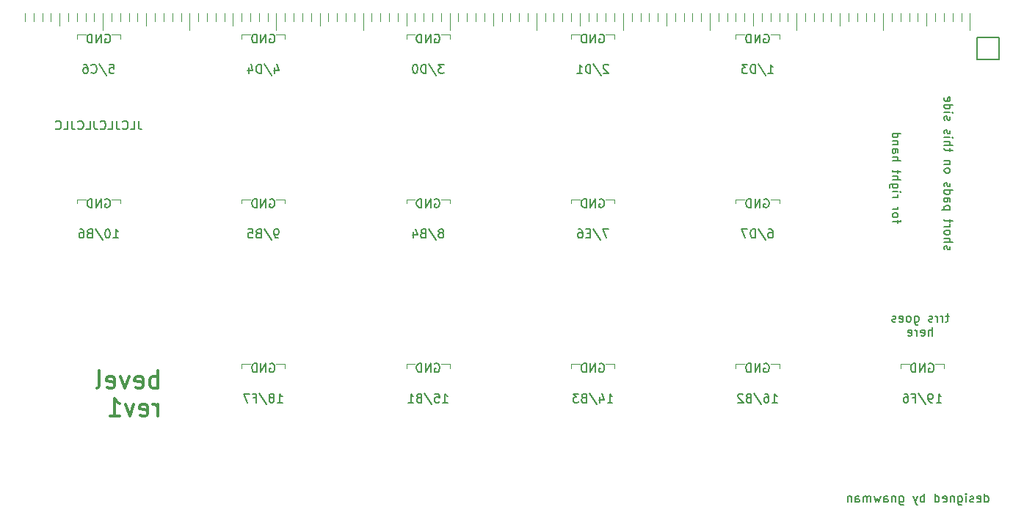
<source format=gbr>
%TF.GenerationSoftware,KiCad,Pcbnew,(6.0.4)*%
%TF.CreationDate,2022-10-08T16:53:47+11:00*%
%TF.ProjectId,bevel,62657665-6c2e-46b6-9963-61645f706362,v1.0.0*%
%TF.SameCoordinates,Original*%
%TF.FileFunction,Legend,Bot*%
%TF.FilePolarity,Positive*%
%FSLAX46Y46*%
G04 Gerber Fmt 4.6, Leading zero omitted, Abs format (unit mm)*
G04 Created by KiCad (PCBNEW (6.0.4)) date 2022-10-08 16:53:47*
%MOMM*%
%LPD*%
G01*
G04 APERTURE LIST*
G04 Aperture macros list*
%AMFreePoly0*
4,1,6,0.600000,0.200000,0.000000,-0.400000,-0.600000,0.200000,-0.600000,0.400000,0.600000,0.400000,0.600000,0.200000,0.600000,0.200000,$1*%
%AMFreePoly1*
4,1,6,0.600000,-0.250000,-0.600000,-0.250000,-0.600000,1.000000,0.000000,0.400000,0.600000,1.000000,0.600000,-0.250000,0.600000,-0.250000,$1*%
G04 Aperture macros list end*
%ADD10C,0.150000*%
%ADD11C,0.120000*%
%ADD12C,0.300000*%
%ADD13C,0.250000*%
%ADD14C,0.100000*%
%ADD15C,1.600000*%
%ADD16FreePoly0,90.000000*%
%ADD17R,1.600000X1.600000*%
%ADD18FreePoly0,270.000000*%
%ADD19FreePoly1,90.000000*%
%ADD20FreePoly1,270.000000*%
%ADD21C,1.701800*%
%ADD22C,3.987800*%
%ADD23C,2.286000*%
%ADD24C,1.500000*%
%ADD25O,2.200000X1.600000*%
G04 APERTURE END LIST*
D10*
X26119047Y-24452380D02*
X26119047Y-25166666D01*
X26166666Y-25309523D01*
X26261904Y-25404761D01*
X26404761Y-25452380D01*
X26500000Y-25452380D01*
X25166666Y-25452380D02*
X25642857Y-25452380D01*
X25642857Y-24452380D01*
X24261904Y-25357142D02*
X24309523Y-25404761D01*
X24452380Y-25452380D01*
X24547619Y-25452380D01*
X24690476Y-25404761D01*
X24785714Y-25309523D01*
X24833333Y-25214285D01*
X24880952Y-25023809D01*
X24880952Y-24880952D01*
X24833333Y-24690476D01*
X24785714Y-24595238D01*
X24690476Y-24500000D01*
X24547619Y-24452380D01*
X24452380Y-24452380D01*
X24309523Y-24500000D01*
X24261904Y-24547619D01*
X23547619Y-24452380D02*
X23547619Y-25166666D01*
X23595238Y-25309523D01*
X23690476Y-25404761D01*
X23833333Y-25452380D01*
X23928571Y-25452380D01*
X22595238Y-25452380D02*
X23071428Y-25452380D01*
X23071428Y-24452380D01*
X21690476Y-25357142D02*
X21738095Y-25404761D01*
X21880952Y-25452380D01*
X21976190Y-25452380D01*
X22119047Y-25404761D01*
X22214285Y-25309523D01*
X22261904Y-25214285D01*
X22309523Y-25023809D01*
X22309523Y-24880952D01*
X22261904Y-24690476D01*
X22214285Y-24595238D01*
X22119047Y-24500000D01*
X21976190Y-24452380D01*
X21880952Y-24452380D01*
X21738095Y-24500000D01*
X21690476Y-24547619D01*
X20976190Y-24452380D02*
X20976190Y-25166666D01*
X21023809Y-25309523D01*
X21119047Y-25404761D01*
X21261904Y-25452380D01*
X21357142Y-25452380D01*
X20023809Y-25452380D02*
X20500000Y-25452380D01*
X20500000Y-24452380D01*
X19119047Y-25357142D02*
X19166666Y-25404761D01*
X19309523Y-25452380D01*
X19404761Y-25452380D01*
X19547619Y-25404761D01*
X19642857Y-25309523D01*
X19690476Y-25214285D01*
X19738095Y-25023809D01*
X19738095Y-24880952D01*
X19690476Y-24690476D01*
X19642857Y-24595238D01*
X19547619Y-24500000D01*
X19404761Y-24452380D01*
X19309523Y-24452380D01*
X19166666Y-24500000D01*
X19119047Y-24547619D01*
X18404761Y-24452380D02*
X18404761Y-25166666D01*
X18452380Y-25309523D01*
X18547619Y-25404761D01*
X18690476Y-25452380D01*
X18785714Y-25452380D01*
X17452380Y-25452380D02*
X17928571Y-25452380D01*
X17928571Y-24452380D01*
X16547619Y-25357142D02*
X16595238Y-25404761D01*
X16738095Y-25452380D01*
X16833333Y-25452380D01*
X16976190Y-25404761D01*
X17071428Y-25309523D01*
X17119047Y-25214285D01*
X17166666Y-25023809D01*
X17166666Y-24880952D01*
X17119047Y-24690476D01*
X17071428Y-24595238D01*
X16976190Y-24500000D01*
X16833333Y-24452380D01*
X16738095Y-24452380D01*
X16595238Y-24500000D01*
X16547619Y-24547619D01*
D11*
X38000000Y-14500000D02*
X39000000Y-14500000D01*
X19000000Y-13000000D02*
X19000000Y-12000000D01*
X55000000Y-13000000D02*
X55000000Y-12000000D01*
X95000000Y-33500000D02*
X96000000Y-33500000D01*
X76000000Y-14500000D02*
X76000000Y-15000000D01*
X100000000Y-14500000D02*
X99000000Y-14500000D01*
X95000000Y-14500000D02*
X96000000Y-14500000D01*
X38000000Y-33500000D02*
X38000000Y-34000000D01*
X95000000Y-14500000D02*
X95000000Y-15000000D01*
X19000000Y-14500000D02*
X20000000Y-14500000D01*
X122000000Y-13500000D02*
X122000000Y-12000000D01*
X76000000Y-52500000D02*
X76000000Y-53000000D01*
X45000000Y-13000000D02*
X45000000Y-12000000D01*
X43000000Y-34000000D02*
X43000000Y-33500000D01*
X15000000Y-13000000D02*
X15000000Y-12000000D01*
X103000000Y-13000000D02*
X103000000Y-12000000D01*
X62000000Y-33500000D02*
X61000000Y-33500000D01*
X81000000Y-53000000D02*
X81000000Y-52500000D01*
X82000000Y-13500000D02*
X82000000Y-14000000D01*
X24000000Y-34000000D02*
X24000000Y-33500000D01*
X42000000Y-13500000D02*
X42000000Y-14000000D01*
X100000000Y-15000000D02*
X100000000Y-14500000D01*
X81000000Y-13000000D02*
X81000000Y-12000000D01*
X105000000Y-13000000D02*
X105000000Y-12000000D01*
X41000000Y-13000000D02*
X41000000Y-12000000D01*
X66000000Y-13000000D02*
X66000000Y-12000000D01*
X76000000Y-33500000D02*
X76000000Y-34000000D01*
X116000000Y-13000000D02*
X116000000Y-12000000D01*
X48000000Y-13000000D02*
X48000000Y-12000000D01*
X36000000Y-13000000D02*
X36000000Y-12000000D01*
X95000000Y-13000000D02*
X95000000Y-12000000D01*
X114000000Y-52500000D02*
X115000000Y-52500000D01*
X43000000Y-53000000D02*
X43000000Y-52500000D01*
X82000000Y-13500000D02*
X82000000Y-12000000D01*
X40000000Y-13000000D02*
X40000000Y-12000000D01*
X38000000Y-52500000D02*
X38000000Y-53000000D01*
X16000000Y-13000000D02*
X16000000Y-12000000D01*
X59000000Y-13000000D02*
X59000000Y-12000000D01*
X50000000Y-13000000D02*
X50000000Y-12000000D01*
X81000000Y-34000000D02*
X81000000Y-33500000D01*
X91000000Y-13000000D02*
X91000000Y-12000000D01*
X90000000Y-13000000D02*
X90000000Y-12000000D01*
X49000000Y-13000000D02*
X49000000Y-12000000D01*
X81000000Y-33500000D02*
X80000000Y-33500000D01*
X74000000Y-13000000D02*
X74000000Y-12000000D01*
X96000000Y-13000000D02*
X96000000Y-12000000D01*
X72000000Y-13500000D02*
X72000000Y-14000000D01*
X52000000Y-13500000D02*
X52000000Y-14000000D01*
X110000000Y-13000000D02*
X110000000Y-12000000D01*
X71000000Y-13000000D02*
X71000000Y-12000000D01*
X52000000Y-13500000D02*
X52000000Y-12000000D01*
X38000000Y-33500000D02*
X39000000Y-33500000D01*
X89000000Y-13000000D02*
X89000000Y-12000000D01*
X102000000Y-13500000D02*
X102000000Y-14000000D01*
X93000000Y-13000000D02*
X93000000Y-12000000D01*
X94000000Y-13000000D02*
X94000000Y-12000000D01*
X115000000Y-13000000D02*
X115000000Y-12000000D01*
X95000000Y-33500000D02*
X95000000Y-34000000D01*
X76000000Y-14500000D02*
X77000000Y-14500000D01*
X118000000Y-13000000D02*
X118000000Y-12000000D01*
X100000000Y-52500000D02*
X99000000Y-52500000D01*
X43000000Y-14500000D02*
X42000000Y-14500000D01*
X73000000Y-13000000D02*
X73000000Y-12000000D01*
X19000000Y-33500000D02*
X19000000Y-34000000D01*
X17000000Y-13500000D02*
X17000000Y-12000000D01*
X106000000Y-13000000D02*
X106000000Y-12000000D01*
X75000000Y-13000000D02*
X75000000Y-12000000D01*
X99000000Y-13000000D02*
X99000000Y-12000000D01*
X104000000Y-13000000D02*
X104000000Y-12000000D01*
X100000000Y-53000000D02*
X100000000Y-52500000D01*
X97000000Y-13500000D02*
X97000000Y-12000000D01*
X57000000Y-14500000D02*
X57000000Y-15000000D01*
X76000000Y-13000000D02*
X76000000Y-12000000D01*
X98000000Y-13000000D02*
X98000000Y-12000000D01*
X24000000Y-33500000D02*
X23000000Y-33500000D01*
X68000000Y-13000000D02*
X68000000Y-12000000D01*
X24000000Y-15000000D02*
X24000000Y-14500000D01*
X95000000Y-52500000D02*
X96000000Y-52500000D01*
X43000000Y-13000000D02*
X43000000Y-12000000D01*
X35000000Y-13000000D02*
X35000000Y-12000000D01*
X37000000Y-13500000D02*
X37000000Y-12000000D01*
X62000000Y-13500000D02*
X62000000Y-14000000D01*
X77000000Y-13500000D02*
X77000000Y-12000000D01*
X20000000Y-13000000D02*
X20000000Y-12000000D01*
X24000000Y-14500000D02*
X23000000Y-14500000D01*
X53000000Y-13000000D02*
X53000000Y-12000000D01*
X32000000Y-13500000D02*
X32000000Y-12000000D01*
X57000000Y-33500000D02*
X58000000Y-33500000D01*
X38000000Y-13000000D02*
X38000000Y-12000000D01*
X72000000Y-13500000D02*
X72000000Y-12000000D01*
X86000000Y-13000000D02*
X86000000Y-12000000D01*
X43000000Y-33500000D02*
X42000000Y-33500000D01*
X22000000Y-13500000D02*
X22000000Y-14000000D01*
X62000000Y-15000000D02*
X62000000Y-14500000D01*
X42000000Y-13500000D02*
X42000000Y-12000000D01*
X44000000Y-13000000D02*
X44000000Y-12000000D01*
X38000000Y-14500000D02*
X38000000Y-15000000D01*
X54000000Y-13000000D02*
X54000000Y-12000000D01*
X24000000Y-13000000D02*
X24000000Y-12000000D01*
X114000000Y-13000000D02*
X114000000Y-12000000D01*
X47000000Y-13500000D02*
X47000000Y-12000000D01*
X81000000Y-52500000D02*
X80000000Y-52500000D01*
X85000000Y-13000000D02*
X85000000Y-12000000D01*
X14000000Y-13000000D02*
X14000000Y-12000000D01*
X67000000Y-13500000D02*
X67000000Y-12000000D01*
X111000000Y-13000000D02*
X111000000Y-12000000D01*
X119000000Y-53000000D02*
X119000000Y-52500000D01*
X28000000Y-13000000D02*
X28000000Y-12000000D01*
X58000000Y-13000000D02*
X58000000Y-12000000D01*
X62000000Y-52500000D02*
X61000000Y-52500000D01*
X57000000Y-14500000D02*
X58000000Y-14500000D01*
X62000000Y-13500000D02*
X62000000Y-12000000D01*
X119000000Y-52500000D02*
X118000000Y-52500000D01*
X30000000Y-13000000D02*
X30000000Y-12000000D01*
X27000000Y-13500000D02*
X27000000Y-12000000D01*
X34000000Y-13000000D02*
X34000000Y-12000000D01*
X61000000Y-13000000D02*
X61000000Y-12000000D01*
X19000000Y-33500000D02*
X20000000Y-33500000D01*
X102000000Y-13500000D02*
X102000000Y-12000000D01*
X51000000Y-13000000D02*
X51000000Y-12000000D01*
X100000000Y-34000000D02*
X100000000Y-33500000D01*
X46000000Y-13000000D02*
X46000000Y-12000000D01*
X13000000Y-13000000D02*
X13000000Y-12000000D01*
X87000000Y-13500000D02*
X87000000Y-12000000D01*
X62000000Y-34000000D02*
X62000000Y-33500000D01*
X64000000Y-13000000D02*
X64000000Y-12000000D01*
X76000000Y-33500000D02*
X77000000Y-33500000D01*
X43000000Y-15000000D02*
X43000000Y-14500000D01*
X109000000Y-13000000D02*
X109000000Y-12000000D01*
X39000000Y-13000000D02*
X39000000Y-12000000D01*
X101000000Y-13000000D02*
X101000000Y-12000000D01*
X114000000Y-52500000D02*
X114000000Y-53000000D01*
X33000000Y-13000000D02*
X33000000Y-12000000D01*
X92000000Y-13500000D02*
X92000000Y-14000000D01*
X88000000Y-13000000D02*
X88000000Y-12000000D01*
X62000000Y-53000000D02*
X62000000Y-52500000D01*
X29000000Y-13000000D02*
X29000000Y-12000000D01*
X113000000Y-13000000D02*
X113000000Y-12000000D01*
X62000000Y-14500000D02*
X61000000Y-14500000D01*
X92000000Y-13500000D02*
X92000000Y-12000000D01*
X63000000Y-13000000D02*
X63000000Y-12000000D01*
X78000000Y-13000000D02*
X78000000Y-12000000D01*
X81000000Y-15000000D02*
X81000000Y-14500000D01*
X26000000Y-13000000D02*
X26000000Y-12000000D01*
X83000000Y-13000000D02*
X83000000Y-12000000D01*
X122000000Y-13500000D02*
X122000000Y-14000000D01*
X22000000Y-13500000D02*
X22000000Y-12000000D01*
X80000000Y-13000000D02*
X80000000Y-12000000D01*
X57000000Y-33500000D02*
X57000000Y-34000000D01*
X76000000Y-52500000D02*
X77000000Y-52500000D01*
X112000000Y-13500000D02*
X112000000Y-14000000D01*
X38000000Y-52500000D02*
X39000000Y-52500000D01*
X100000000Y-13000000D02*
X100000000Y-12000000D01*
X31000000Y-13000000D02*
X31000000Y-12000000D01*
X121000000Y-13000000D02*
X121000000Y-12000000D01*
X21000000Y-13000000D02*
X21000000Y-12000000D01*
X56000000Y-13000000D02*
X56000000Y-12000000D01*
X18000000Y-13000000D02*
X18000000Y-12000000D01*
X43000000Y-52500000D02*
X42000000Y-52500000D01*
X79000000Y-13000000D02*
X79000000Y-12000000D01*
X70000000Y-13000000D02*
X70000000Y-12000000D01*
X65000000Y-13000000D02*
X65000000Y-12000000D01*
X112000000Y-13500000D02*
X112000000Y-12000000D01*
X84000000Y-13000000D02*
X84000000Y-12000000D01*
X117000000Y-13500000D02*
X117000000Y-12000000D01*
X81000000Y-14500000D02*
X80000000Y-14500000D01*
X100000000Y-33500000D02*
X99000000Y-33500000D01*
X19000000Y-14500000D02*
X19000000Y-15000000D01*
X57000000Y-52500000D02*
X58000000Y-52500000D01*
X69000000Y-13000000D02*
X69000000Y-12000000D01*
X32000000Y-13500000D02*
X32000000Y-14000000D01*
X95000000Y-52500000D02*
X95000000Y-53000000D01*
X60000000Y-13000000D02*
X60000000Y-12000000D01*
X107000000Y-13500000D02*
X107000000Y-12000000D01*
X57000000Y-13500000D02*
X57000000Y-12000000D01*
X57000000Y-52500000D02*
X57000000Y-53000000D01*
X23000000Y-13000000D02*
X23000000Y-12000000D01*
X25000000Y-13000000D02*
X25000000Y-12000000D01*
X120000000Y-13000000D02*
X120000000Y-12000000D01*
X119000000Y-13000000D02*
X119000000Y-12000000D01*
X108000000Y-13000000D02*
X108000000Y-12000000D01*
D10*
X22261904Y-33500000D02*
X22357142Y-33452380D01*
X22500000Y-33452380D01*
X22642857Y-33500000D01*
X22738095Y-33595238D01*
X22785714Y-33690476D01*
X22833333Y-33880952D01*
X22833333Y-34023809D01*
X22785714Y-34214285D01*
X22738095Y-34309523D01*
X22642857Y-34404761D01*
X22500000Y-34452380D01*
X22404761Y-34452380D01*
X22261904Y-34404761D01*
X22214285Y-34357142D01*
X22214285Y-34023809D01*
X22404761Y-34023809D01*
X21785714Y-34452380D02*
X21785714Y-33452380D01*
X21214285Y-34452380D01*
X21214285Y-33452380D01*
X20738095Y-34452380D02*
X20738095Y-33452380D01*
X20500000Y-33452380D01*
X20357142Y-33500000D01*
X20261904Y-33595238D01*
X20214285Y-33690476D01*
X20166666Y-33880952D01*
X20166666Y-34023809D01*
X20214285Y-34214285D01*
X20261904Y-34309523D01*
X20357142Y-34404761D01*
X20500000Y-34452380D01*
X20738095Y-34452380D01*
X60261904Y-52500000D02*
X60357142Y-52452380D01*
X60500000Y-52452380D01*
X60642857Y-52500000D01*
X60738095Y-52595238D01*
X60785714Y-52690476D01*
X60833333Y-52880952D01*
X60833333Y-53023809D01*
X60785714Y-53214285D01*
X60738095Y-53309523D01*
X60642857Y-53404761D01*
X60500000Y-53452380D01*
X60404761Y-53452380D01*
X60261904Y-53404761D01*
X60214285Y-53357142D01*
X60214285Y-53023809D01*
X60404761Y-53023809D01*
X59785714Y-53452380D02*
X59785714Y-52452380D01*
X59214285Y-53452380D01*
X59214285Y-52452380D01*
X58738095Y-53452380D02*
X58738095Y-52452380D01*
X58500000Y-52452380D01*
X58357142Y-52500000D01*
X58261904Y-52595238D01*
X58214285Y-52690476D01*
X58166666Y-52880952D01*
X58166666Y-53023809D01*
X58214285Y-53214285D01*
X58261904Y-53309523D01*
X58357142Y-53404761D01*
X58500000Y-53452380D01*
X58738095Y-53452380D01*
X79261904Y-14500000D02*
X79357142Y-14452380D01*
X79500000Y-14452380D01*
X79642857Y-14500000D01*
X79738095Y-14595238D01*
X79785714Y-14690476D01*
X79833333Y-14880952D01*
X79833333Y-15023809D01*
X79785714Y-15214285D01*
X79738095Y-15309523D01*
X79642857Y-15404761D01*
X79500000Y-15452380D01*
X79404761Y-15452380D01*
X79261904Y-15404761D01*
X79214285Y-15357142D01*
X79214285Y-15023809D01*
X79404761Y-15023809D01*
X78785714Y-15452380D02*
X78785714Y-14452380D01*
X78214285Y-15452380D01*
X78214285Y-14452380D01*
X77738095Y-15452380D02*
X77738095Y-14452380D01*
X77500000Y-14452380D01*
X77357142Y-14500000D01*
X77261904Y-14595238D01*
X77214285Y-14690476D01*
X77166666Y-14880952D01*
X77166666Y-15023809D01*
X77214285Y-15214285D01*
X77261904Y-15309523D01*
X77357142Y-15404761D01*
X77500000Y-15452380D01*
X77738095Y-15452380D01*
X117261904Y-52500000D02*
X117357142Y-52452380D01*
X117500000Y-52452380D01*
X117642857Y-52500000D01*
X117738095Y-52595238D01*
X117785714Y-52690476D01*
X117833333Y-52880952D01*
X117833333Y-53023809D01*
X117785714Y-53214285D01*
X117738095Y-53309523D01*
X117642857Y-53404761D01*
X117500000Y-53452380D01*
X117404761Y-53452380D01*
X117261904Y-53404761D01*
X117214285Y-53357142D01*
X117214285Y-53023809D01*
X117404761Y-53023809D01*
X116785714Y-53452380D02*
X116785714Y-52452380D01*
X116214285Y-53452380D01*
X116214285Y-52452380D01*
X115738095Y-53452380D02*
X115738095Y-52452380D01*
X115500000Y-52452380D01*
X115357142Y-52500000D01*
X115261904Y-52595238D01*
X115214285Y-52690476D01*
X115166666Y-52880952D01*
X115166666Y-53023809D01*
X115214285Y-53214285D01*
X115261904Y-53309523D01*
X115357142Y-53404761D01*
X115500000Y-53452380D01*
X115738095Y-53452380D01*
X60261904Y-33500000D02*
X60357142Y-33452380D01*
X60500000Y-33452380D01*
X60642857Y-33500000D01*
X60738095Y-33595238D01*
X60785714Y-33690476D01*
X60833333Y-33880952D01*
X60833333Y-34023809D01*
X60785714Y-34214285D01*
X60738095Y-34309523D01*
X60642857Y-34404761D01*
X60500000Y-34452380D01*
X60404761Y-34452380D01*
X60261904Y-34404761D01*
X60214285Y-34357142D01*
X60214285Y-34023809D01*
X60404761Y-34023809D01*
X59785714Y-34452380D02*
X59785714Y-33452380D01*
X59214285Y-34452380D01*
X59214285Y-33452380D01*
X58738095Y-34452380D02*
X58738095Y-33452380D01*
X58500000Y-33452380D01*
X58357142Y-33500000D01*
X58261904Y-33595238D01*
X58214285Y-33690476D01*
X58166666Y-33880952D01*
X58166666Y-34023809D01*
X58214285Y-34214285D01*
X58261904Y-34309523D01*
X58357142Y-34404761D01*
X58500000Y-34452380D01*
X58738095Y-34452380D01*
X61095238Y-37380952D02*
X61190476Y-37333333D01*
X61238095Y-37285714D01*
X61285714Y-37190476D01*
X61285714Y-37142857D01*
X61238095Y-37047619D01*
X61190476Y-37000000D01*
X61095238Y-36952380D01*
X60904761Y-36952380D01*
X60809523Y-37000000D01*
X60761904Y-37047619D01*
X60714285Y-37142857D01*
X60714285Y-37190476D01*
X60761904Y-37285714D01*
X60809523Y-37333333D01*
X60904761Y-37380952D01*
X61095238Y-37380952D01*
X61190476Y-37428571D01*
X61238095Y-37476190D01*
X61285714Y-37571428D01*
X61285714Y-37761904D01*
X61238095Y-37857142D01*
X61190476Y-37904761D01*
X61095238Y-37952380D01*
X60904761Y-37952380D01*
X60809523Y-37904761D01*
X60761904Y-37857142D01*
X60714285Y-37761904D01*
X60714285Y-37571428D01*
X60761904Y-37476190D01*
X60809523Y-37428571D01*
X60904761Y-37380952D01*
X59571428Y-36904761D02*
X60428571Y-38190476D01*
X58904761Y-37428571D02*
X58761904Y-37476190D01*
X58714285Y-37523809D01*
X58666666Y-37619047D01*
X58666666Y-37761904D01*
X58714285Y-37857142D01*
X58761904Y-37904761D01*
X58857142Y-37952380D01*
X59238095Y-37952380D01*
X59238095Y-36952380D01*
X58904761Y-36952380D01*
X58809523Y-37000000D01*
X58761904Y-37047619D01*
X58714285Y-37142857D01*
X58714285Y-37238095D01*
X58761904Y-37333333D01*
X58809523Y-37380952D01*
X58904761Y-37428571D01*
X59238095Y-37428571D01*
X57809523Y-37285714D02*
X57809523Y-37952380D01*
X58047619Y-36904761D02*
X58285714Y-37619047D01*
X57666666Y-37619047D01*
X22261904Y-14500000D02*
X22357142Y-14452380D01*
X22500000Y-14452380D01*
X22642857Y-14500000D01*
X22738095Y-14595238D01*
X22785714Y-14690476D01*
X22833333Y-14880952D01*
X22833333Y-15023809D01*
X22785714Y-15214285D01*
X22738095Y-15309523D01*
X22642857Y-15404761D01*
X22500000Y-15452380D01*
X22404761Y-15452380D01*
X22261904Y-15404761D01*
X22214285Y-15357142D01*
X22214285Y-15023809D01*
X22404761Y-15023809D01*
X21785714Y-15452380D02*
X21785714Y-14452380D01*
X21214285Y-15452380D01*
X21214285Y-14452380D01*
X20738095Y-15452380D02*
X20738095Y-14452380D01*
X20500000Y-14452380D01*
X20357142Y-14500000D01*
X20261904Y-14595238D01*
X20214285Y-14690476D01*
X20166666Y-14880952D01*
X20166666Y-15023809D01*
X20214285Y-15214285D01*
X20261904Y-15309523D01*
X20357142Y-15404761D01*
X20500000Y-15452380D01*
X20738095Y-15452380D01*
X22761904Y-17952380D02*
X23238095Y-17952380D01*
X23285714Y-18428571D01*
X23238095Y-18380952D01*
X23142857Y-18333333D01*
X22904761Y-18333333D01*
X22809523Y-18380952D01*
X22761904Y-18428571D01*
X22714285Y-18523809D01*
X22714285Y-18761904D01*
X22761904Y-18857142D01*
X22809523Y-18904761D01*
X22904761Y-18952380D01*
X23142857Y-18952380D01*
X23238095Y-18904761D01*
X23285714Y-18857142D01*
X21571428Y-17904761D02*
X22428571Y-19190476D01*
X20666666Y-18857142D02*
X20714285Y-18904761D01*
X20857142Y-18952380D01*
X20952380Y-18952380D01*
X21095238Y-18904761D01*
X21190476Y-18809523D01*
X21238095Y-18714285D01*
X21285714Y-18523809D01*
X21285714Y-18380952D01*
X21238095Y-18190476D01*
X21190476Y-18095238D01*
X21095238Y-18000000D01*
X20952380Y-17952380D01*
X20857142Y-17952380D01*
X20714285Y-18000000D01*
X20666666Y-18047619D01*
X19809523Y-17952380D02*
X20000000Y-17952380D01*
X20095238Y-18000000D01*
X20142857Y-18047619D01*
X20238095Y-18190476D01*
X20285714Y-18380952D01*
X20285714Y-18761904D01*
X20238095Y-18857142D01*
X20190476Y-18904761D01*
X20095238Y-18952380D01*
X19904761Y-18952380D01*
X19809523Y-18904761D01*
X19761904Y-18857142D01*
X19714285Y-18761904D01*
X19714285Y-18523809D01*
X19761904Y-18428571D01*
X19809523Y-18380952D01*
X19904761Y-18333333D01*
X20095238Y-18333333D01*
X20190476Y-18380952D01*
X20238095Y-18428571D01*
X20285714Y-18523809D01*
X98714285Y-18952380D02*
X99285714Y-18952380D01*
X99000000Y-18952380D02*
X99000000Y-17952380D01*
X99095238Y-18095238D01*
X99190476Y-18190476D01*
X99285714Y-18238095D01*
X97571428Y-17904761D02*
X98428571Y-19190476D01*
X97238095Y-18952380D02*
X97238095Y-17952380D01*
X97000000Y-17952380D01*
X96857142Y-18000000D01*
X96761904Y-18095238D01*
X96714285Y-18190476D01*
X96666666Y-18380952D01*
X96666666Y-18523809D01*
X96714285Y-18714285D01*
X96761904Y-18809523D01*
X96857142Y-18904761D01*
X97000000Y-18952380D01*
X97238095Y-18952380D01*
X96333333Y-17952380D02*
X95714285Y-17952380D01*
X96047619Y-18333333D01*
X95904761Y-18333333D01*
X95809523Y-18380952D01*
X95761904Y-18428571D01*
X95714285Y-18523809D01*
X95714285Y-18761904D01*
X95761904Y-18857142D01*
X95809523Y-18904761D01*
X95904761Y-18952380D01*
X96190476Y-18952380D01*
X96285714Y-18904761D01*
X96333333Y-18857142D01*
X98261904Y-33500000D02*
X98357142Y-33452380D01*
X98500000Y-33452380D01*
X98642857Y-33500000D01*
X98738095Y-33595238D01*
X98785714Y-33690476D01*
X98833333Y-33880952D01*
X98833333Y-34023809D01*
X98785714Y-34214285D01*
X98738095Y-34309523D01*
X98642857Y-34404761D01*
X98500000Y-34452380D01*
X98404761Y-34452380D01*
X98261904Y-34404761D01*
X98214285Y-34357142D01*
X98214285Y-34023809D01*
X98404761Y-34023809D01*
X97785714Y-34452380D02*
X97785714Y-33452380D01*
X97214285Y-34452380D01*
X97214285Y-33452380D01*
X96738095Y-34452380D02*
X96738095Y-33452380D01*
X96500000Y-33452380D01*
X96357142Y-33500000D01*
X96261904Y-33595238D01*
X96214285Y-33690476D01*
X96166666Y-33880952D01*
X96166666Y-34023809D01*
X96214285Y-34214285D01*
X96261904Y-34309523D01*
X96357142Y-34404761D01*
X96500000Y-34452380D01*
X96738095Y-34452380D01*
X41261904Y-52500000D02*
X41357142Y-52452380D01*
X41500000Y-52452380D01*
X41642857Y-52500000D01*
X41738095Y-52595238D01*
X41785714Y-52690476D01*
X41833333Y-52880952D01*
X41833333Y-53023809D01*
X41785714Y-53214285D01*
X41738095Y-53309523D01*
X41642857Y-53404761D01*
X41500000Y-53452380D01*
X41404761Y-53452380D01*
X41261904Y-53404761D01*
X41214285Y-53357142D01*
X41214285Y-53023809D01*
X41404761Y-53023809D01*
X40785714Y-53452380D02*
X40785714Y-52452380D01*
X40214285Y-53452380D01*
X40214285Y-52452380D01*
X39738095Y-53452380D02*
X39738095Y-52452380D01*
X39500000Y-52452380D01*
X39357142Y-52500000D01*
X39261904Y-52595238D01*
X39214285Y-52690476D01*
X39166666Y-52880952D01*
X39166666Y-53023809D01*
X39214285Y-53214285D01*
X39261904Y-53309523D01*
X39357142Y-53404761D01*
X39500000Y-53452380D01*
X39738095Y-53452380D01*
X42119047Y-56952380D02*
X42690476Y-56952380D01*
X42404761Y-56952380D02*
X42404761Y-55952380D01*
X42500000Y-56095238D01*
X42595238Y-56190476D01*
X42690476Y-56238095D01*
X41547619Y-56380952D02*
X41642857Y-56333333D01*
X41690476Y-56285714D01*
X41738095Y-56190476D01*
X41738095Y-56142857D01*
X41690476Y-56047619D01*
X41642857Y-56000000D01*
X41547619Y-55952380D01*
X41357142Y-55952380D01*
X41261904Y-56000000D01*
X41214285Y-56047619D01*
X41166666Y-56142857D01*
X41166666Y-56190476D01*
X41214285Y-56285714D01*
X41261904Y-56333333D01*
X41357142Y-56380952D01*
X41547619Y-56380952D01*
X41642857Y-56428571D01*
X41690476Y-56476190D01*
X41738095Y-56571428D01*
X41738095Y-56761904D01*
X41690476Y-56857142D01*
X41642857Y-56904761D01*
X41547619Y-56952380D01*
X41357142Y-56952380D01*
X41261904Y-56904761D01*
X41214285Y-56857142D01*
X41166666Y-56761904D01*
X41166666Y-56571428D01*
X41214285Y-56476190D01*
X41261904Y-56428571D01*
X41357142Y-56380952D01*
X40023809Y-55904761D02*
X40880952Y-57190476D01*
X39357142Y-56428571D02*
X39690476Y-56428571D01*
X39690476Y-56952380D02*
X39690476Y-55952380D01*
X39214285Y-55952380D01*
X38928571Y-55952380D02*
X38261904Y-55952380D01*
X38690476Y-56952380D01*
X80285714Y-36952380D02*
X79619047Y-36952380D01*
X80047619Y-37952380D01*
X78523809Y-36904761D02*
X79380952Y-38190476D01*
X78190476Y-37428571D02*
X77857142Y-37428571D01*
X77714285Y-37952380D02*
X78190476Y-37952380D01*
X78190476Y-36952380D01*
X77714285Y-36952380D01*
X76857142Y-36952380D02*
X77047619Y-36952380D01*
X77142857Y-37000000D01*
X77190476Y-37047619D01*
X77285714Y-37190476D01*
X77333333Y-37380952D01*
X77333333Y-37761904D01*
X77285714Y-37857142D01*
X77238095Y-37904761D01*
X77142857Y-37952380D01*
X76952380Y-37952380D01*
X76857142Y-37904761D01*
X76809523Y-37857142D01*
X76761904Y-37761904D01*
X76761904Y-37523809D01*
X76809523Y-37428571D01*
X76857142Y-37380952D01*
X76952380Y-37333333D01*
X77142857Y-37333333D01*
X77238095Y-37380952D01*
X77285714Y-37428571D01*
X77333333Y-37523809D01*
X23190476Y-37952380D02*
X23761904Y-37952380D01*
X23476190Y-37952380D02*
X23476190Y-36952380D01*
X23571428Y-37095238D01*
X23666666Y-37190476D01*
X23761904Y-37238095D01*
X22571428Y-36952380D02*
X22476190Y-36952380D01*
X22380952Y-37000000D01*
X22333333Y-37047619D01*
X22285714Y-37142857D01*
X22238095Y-37333333D01*
X22238095Y-37571428D01*
X22285714Y-37761904D01*
X22333333Y-37857142D01*
X22380952Y-37904761D01*
X22476190Y-37952380D01*
X22571428Y-37952380D01*
X22666666Y-37904761D01*
X22714285Y-37857142D01*
X22761904Y-37761904D01*
X22809523Y-37571428D01*
X22809523Y-37333333D01*
X22761904Y-37142857D01*
X22714285Y-37047619D01*
X22666666Y-37000000D01*
X22571428Y-36952380D01*
X21095238Y-36904761D02*
X21952380Y-38190476D01*
X20428571Y-37428571D02*
X20285714Y-37476190D01*
X20238095Y-37523809D01*
X20190476Y-37619047D01*
X20190476Y-37761904D01*
X20238095Y-37857142D01*
X20285714Y-37904761D01*
X20380952Y-37952380D01*
X20761904Y-37952380D01*
X20761904Y-36952380D01*
X20428571Y-36952380D01*
X20333333Y-37000000D01*
X20285714Y-37047619D01*
X20238095Y-37142857D01*
X20238095Y-37238095D01*
X20285714Y-37333333D01*
X20333333Y-37380952D01*
X20428571Y-37428571D01*
X20761904Y-37428571D01*
X19333333Y-36952380D02*
X19523809Y-36952380D01*
X19619047Y-37000000D01*
X19666666Y-37047619D01*
X19761904Y-37190476D01*
X19809523Y-37380952D01*
X19809523Y-37761904D01*
X19761904Y-37857142D01*
X19714285Y-37904761D01*
X19619047Y-37952380D01*
X19428571Y-37952380D01*
X19333333Y-37904761D01*
X19285714Y-37857142D01*
X19238095Y-37761904D01*
X19238095Y-37523809D01*
X19285714Y-37428571D01*
X19333333Y-37380952D01*
X19428571Y-37333333D01*
X19619047Y-37333333D01*
X19714285Y-37380952D01*
X19761904Y-37428571D01*
X19809523Y-37523809D01*
X123690476Y-68452380D02*
X123690476Y-67452380D01*
X123690476Y-68404761D02*
X123785714Y-68452380D01*
X123976190Y-68452380D01*
X124071428Y-68404761D01*
X124119047Y-68357142D01*
X124166666Y-68261904D01*
X124166666Y-67976190D01*
X124119047Y-67880952D01*
X124071428Y-67833333D01*
X123976190Y-67785714D01*
X123785714Y-67785714D01*
X123690476Y-67833333D01*
X122833333Y-68404761D02*
X122928571Y-68452380D01*
X123119047Y-68452380D01*
X123214285Y-68404761D01*
X123261904Y-68309523D01*
X123261904Y-67928571D01*
X123214285Y-67833333D01*
X123119047Y-67785714D01*
X122928571Y-67785714D01*
X122833333Y-67833333D01*
X122785714Y-67928571D01*
X122785714Y-68023809D01*
X123261904Y-68119047D01*
X122404761Y-68404761D02*
X122309523Y-68452380D01*
X122119047Y-68452380D01*
X122023809Y-68404761D01*
X121976190Y-68309523D01*
X121976190Y-68261904D01*
X122023809Y-68166666D01*
X122119047Y-68119047D01*
X122261904Y-68119047D01*
X122357142Y-68071428D01*
X122404761Y-67976190D01*
X122404761Y-67928571D01*
X122357142Y-67833333D01*
X122261904Y-67785714D01*
X122119047Y-67785714D01*
X122023809Y-67833333D01*
X121547619Y-68452380D02*
X121547619Y-67785714D01*
X121547619Y-67452380D02*
X121595238Y-67500000D01*
X121547619Y-67547619D01*
X121500000Y-67500000D01*
X121547619Y-67452380D01*
X121547619Y-67547619D01*
X120642857Y-67785714D02*
X120642857Y-68595238D01*
X120690476Y-68690476D01*
X120738095Y-68738095D01*
X120833333Y-68785714D01*
X120976190Y-68785714D01*
X121071428Y-68738095D01*
X120642857Y-68404761D02*
X120738095Y-68452380D01*
X120928571Y-68452380D01*
X121023809Y-68404761D01*
X121071428Y-68357142D01*
X121119047Y-68261904D01*
X121119047Y-67976190D01*
X121071428Y-67880952D01*
X121023809Y-67833333D01*
X120928571Y-67785714D01*
X120738095Y-67785714D01*
X120642857Y-67833333D01*
X120166666Y-67785714D02*
X120166666Y-68452380D01*
X120166666Y-67880952D02*
X120119047Y-67833333D01*
X120023809Y-67785714D01*
X119880952Y-67785714D01*
X119785714Y-67833333D01*
X119738095Y-67928571D01*
X119738095Y-68452380D01*
X118880952Y-68404761D02*
X118976190Y-68452380D01*
X119166666Y-68452380D01*
X119261904Y-68404761D01*
X119309523Y-68309523D01*
X119309523Y-67928571D01*
X119261904Y-67833333D01*
X119166666Y-67785714D01*
X118976190Y-67785714D01*
X118880952Y-67833333D01*
X118833333Y-67928571D01*
X118833333Y-68023809D01*
X119309523Y-68119047D01*
X117976190Y-68452380D02*
X117976190Y-67452380D01*
X117976190Y-68404761D02*
X118071428Y-68452380D01*
X118261904Y-68452380D01*
X118357142Y-68404761D01*
X118404761Y-68357142D01*
X118452380Y-68261904D01*
X118452380Y-67976190D01*
X118404761Y-67880952D01*
X118357142Y-67833333D01*
X118261904Y-67785714D01*
X118071428Y-67785714D01*
X117976190Y-67833333D01*
X116738095Y-68452380D02*
X116738095Y-67452380D01*
X116738095Y-67833333D02*
X116642857Y-67785714D01*
X116452380Y-67785714D01*
X116357142Y-67833333D01*
X116309523Y-67880952D01*
X116261904Y-67976190D01*
X116261904Y-68261904D01*
X116309523Y-68357142D01*
X116357142Y-68404761D01*
X116452380Y-68452380D01*
X116642857Y-68452380D01*
X116738095Y-68404761D01*
X115928571Y-67785714D02*
X115690476Y-68452380D01*
X115452380Y-67785714D02*
X115690476Y-68452380D01*
X115785714Y-68690476D01*
X115833333Y-68738095D01*
X115928571Y-68785714D01*
X113880952Y-67785714D02*
X113880952Y-68595238D01*
X113928571Y-68690476D01*
X113976190Y-68738095D01*
X114071428Y-68785714D01*
X114214285Y-68785714D01*
X114309523Y-68738095D01*
X113880952Y-68404761D02*
X113976190Y-68452380D01*
X114166666Y-68452380D01*
X114261904Y-68404761D01*
X114309523Y-68357142D01*
X114357142Y-68261904D01*
X114357142Y-67976190D01*
X114309523Y-67880952D01*
X114261904Y-67833333D01*
X114166666Y-67785714D01*
X113976190Y-67785714D01*
X113880952Y-67833333D01*
X113404761Y-67785714D02*
X113404761Y-68452380D01*
X113404761Y-67880952D02*
X113357142Y-67833333D01*
X113261904Y-67785714D01*
X113119047Y-67785714D01*
X113023809Y-67833333D01*
X112976190Y-67928571D01*
X112976190Y-68452380D01*
X112071428Y-68452380D02*
X112071428Y-67928571D01*
X112119047Y-67833333D01*
X112214285Y-67785714D01*
X112404761Y-67785714D01*
X112500000Y-67833333D01*
X112071428Y-68404761D02*
X112166666Y-68452380D01*
X112404761Y-68452380D01*
X112500000Y-68404761D01*
X112547619Y-68309523D01*
X112547619Y-68214285D01*
X112500000Y-68119047D01*
X112404761Y-68071428D01*
X112166666Y-68071428D01*
X112071428Y-68023809D01*
X111690476Y-67785714D02*
X111500000Y-68452380D01*
X111309523Y-67976190D01*
X111119047Y-68452380D01*
X110928571Y-67785714D01*
X110547619Y-68452380D02*
X110547619Y-67785714D01*
X110547619Y-67880952D02*
X110500000Y-67833333D01*
X110404761Y-67785714D01*
X110261904Y-67785714D01*
X110166666Y-67833333D01*
X110119047Y-67928571D01*
X110119047Y-68452380D01*
X110119047Y-67928571D02*
X110071428Y-67833333D01*
X109976190Y-67785714D01*
X109833333Y-67785714D01*
X109738095Y-67833333D01*
X109690476Y-67928571D01*
X109690476Y-68452380D01*
X108785714Y-68452380D02*
X108785714Y-67928571D01*
X108833333Y-67833333D01*
X108928571Y-67785714D01*
X109119047Y-67785714D01*
X109214285Y-67833333D01*
X108785714Y-68404761D02*
X108880952Y-68452380D01*
X109119047Y-68452380D01*
X109214285Y-68404761D01*
X109261904Y-68309523D01*
X109261904Y-68214285D01*
X109214285Y-68119047D01*
X109119047Y-68071428D01*
X108880952Y-68071428D01*
X108785714Y-68023809D01*
X108309523Y-67785714D02*
X108309523Y-68452380D01*
X108309523Y-67880952D02*
X108261904Y-67833333D01*
X108166666Y-67785714D01*
X108023809Y-67785714D01*
X107928571Y-67833333D01*
X107880952Y-67928571D01*
X107880952Y-68452380D01*
X80190476Y-56952380D02*
X80761904Y-56952380D01*
X80476190Y-56952380D02*
X80476190Y-55952380D01*
X80571428Y-56095238D01*
X80666666Y-56190476D01*
X80761904Y-56238095D01*
X79333333Y-56285714D02*
X79333333Y-56952380D01*
X79571428Y-55904761D02*
X79809523Y-56619047D01*
X79190476Y-56619047D01*
X78095238Y-55904761D02*
X78952380Y-57190476D01*
X77428571Y-56428571D02*
X77285714Y-56476190D01*
X77238095Y-56523809D01*
X77190476Y-56619047D01*
X77190476Y-56761904D01*
X77238095Y-56857142D01*
X77285714Y-56904761D01*
X77380952Y-56952380D01*
X77761904Y-56952380D01*
X77761904Y-55952380D01*
X77428571Y-55952380D01*
X77333333Y-56000000D01*
X77285714Y-56047619D01*
X77238095Y-56142857D01*
X77238095Y-56238095D01*
X77285714Y-56333333D01*
X77333333Y-56380952D01*
X77428571Y-56428571D01*
X77761904Y-56428571D01*
X76857142Y-55952380D02*
X76238095Y-55952380D01*
X76571428Y-56333333D01*
X76428571Y-56333333D01*
X76333333Y-56380952D01*
X76285714Y-56428571D01*
X76238095Y-56523809D01*
X76238095Y-56761904D01*
X76285714Y-56857142D01*
X76333333Y-56904761D01*
X76428571Y-56952380D01*
X76714285Y-56952380D01*
X76809523Y-56904761D01*
X76857142Y-56857142D01*
X118119047Y-56952380D02*
X118690476Y-56952380D01*
X118404761Y-56952380D02*
X118404761Y-55952380D01*
X118500000Y-56095238D01*
X118595238Y-56190476D01*
X118690476Y-56238095D01*
X117642857Y-56952380D02*
X117452380Y-56952380D01*
X117357142Y-56904761D01*
X117309523Y-56857142D01*
X117214285Y-56714285D01*
X117166666Y-56523809D01*
X117166666Y-56142857D01*
X117214285Y-56047619D01*
X117261904Y-56000000D01*
X117357142Y-55952380D01*
X117547619Y-55952380D01*
X117642857Y-56000000D01*
X117690476Y-56047619D01*
X117738095Y-56142857D01*
X117738095Y-56380952D01*
X117690476Y-56476190D01*
X117642857Y-56523809D01*
X117547619Y-56571428D01*
X117357142Y-56571428D01*
X117261904Y-56523809D01*
X117214285Y-56476190D01*
X117166666Y-56380952D01*
X116023809Y-55904761D02*
X116880952Y-57190476D01*
X115357142Y-56428571D02*
X115690476Y-56428571D01*
X115690476Y-56952380D02*
X115690476Y-55952380D01*
X115214285Y-55952380D01*
X114404761Y-55952380D02*
X114595238Y-55952380D01*
X114690476Y-56000000D01*
X114738095Y-56047619D01*
X114833333Y-56190476D01*
X114880952Y-56380952D01*
X114880952Y-56761904D01*
X114833333Y-56857142D01*
X114785714Y-56904761D01*
X114690476Y-56952380D01*
X114500000Y-56952380D01*
X114404761Y-56904761D01*
X114357142Y-56857142D01*
X114309523Y-56761904D01*
X114309523Y-56523809D01*
X114357142Y-56428571D01*
X114404761Y-56380952D01*
X114500000Y-56333333D01*
X114690476Y-56333333D01*
X114785714Y-56380952D01*
X114833333Y-56428571D01*
X114880952Y-56523809D01*
X79261904Y-33500000D02*
X79357142Y-33452380D01*
X79500000Y-33452380D01*
X79642857Y-33500000D01*
X79738095Y-33595238D01*
X79785714Y-33690476D01*
X79833333Y-33880952D01*
X79833333Y-34023809D01*
X79785714Y-34214285D01*
X79738095Y-34309523D01*
X79642857Y-34404761D01*
X79500000Y-34452380D01*
X79404761Y-34452380D01*
X79261904Y-34404761D01*
X79214285Y-34357142D01*
X79214285Y-34023809D01*
X79404761Y-34023809D01*
X78785714Y-34452380D02*
X78785714Y-33452380D01*
X78214285Y-34452380D01*
X78214285Y-33452380D01*
X77738095Y-34452380D02*
X77738095Y-33452380D01*
X77500000Y-33452380D01*
X77357142Y-33500000D01*
X77261904Y-33595238D01*
X77214285Y-33690476D01*
X77166666Y-33880952D01*
X77166666Y-34023809D01*
X77214285Y-34214285D01*
X77261904Y-34309523D01*
X77357142Y-34404761D01*
X77500000Y-34452380D01*
X77738095Y-34452380D01*
X41261904Y-14500000D02*
X41357142Y-14452380D01*
X41500000Y-14452380D01*
X41642857Y-14500000D01*
X41738095Y-14595238D01*
X41785714Y-14690476D01*
X41833333Y-14880952D01*
X41833333Y-15023809D01*
X41785714Y-15214285D01*
X41738095Y-15309523D01*
X41642857Y-15404761D01*
X41500000Y-15452380D01*
X41404761Y-15452380D01*
X41261904Y-15404761D01*
X41214285Y-15357142D01*
X41214285Y-15023809D01*
X41404761Y-15023809D01*
X40785714Y-15452380D02*
X40785714Y-14452380D01*
X40214285Y-15452380D01*
X40214285Y-14452380D01*
X39738095Y-15452380D02*
X39738095Y-14452380D01*
X39500000Y-14452380D01*
X39357142Y-14500000D01*
X39261904Y-14595238D01*
X39214285Y-14690476D01*
X39166666Y-14880952D01*
X39166666Y-15023809D01*
X39214285Y-15214285D01*
X39261904Y-15309523D01*
X39357142Y-15404761D01*
X39500000Y-15452380D01*
X39738095Y-15452380D01*
X60261904Y-14500000D02*
X60357142Y-14452380D01*
X60500000Y-14452380D01*
X60642857Y-14500000D01*
X60738095Y-14595238D01*
X60785714Y-14690476D01*
X60833333Y-14880952D01*
X60833333Y-15023809D01*
X60785714Y-15214285D01*
X60738095Y-15309523D01*
X60642857Y-15404761D01*
X60500000Y-15452380D01*
X60404761Y-15452380D01*
X60261904Y-15404761D01*
X60214285Y-15357142D01*
X60214285Y-15023809D01*
X60404761Y-15023809D01*
X59785714Y-15452380D02*
X59785714Y-14452380D01*
X59214285Y-15452380D01*
X59214285Y-14452380D01*
X58738095Y-15452380D02*
X58738095Y-14452380D01*
X58500000Y-14452380D01*
X58357142Y-14500000D01*
X58261904Y-14595238D01*
X58214285Y-14690476D01*
X58166666Y-14880952D01*
X58166666Y-15023809D01*
X58214285Y-15214285D01*
X58261904Y-15309523D01*
X58357142Y-15404761D01*
X58500000Y-15452380D01*
X58738095Y-15452380D01*
X99190476Y-56952380D02*
X99761904Y-56952380D01*
X99476190Y-56952380D02*
X99476190Y-55952380D01*
X99571428Y-56095238D01*
X99666666Y-56190476D01*
X99761904Y-56238095D01*
X98333333Y-55952380D02*
X98523809Y-55952380D01*
X98619047Y-56000000D01*
X98666666Y-56047619D01*
X98761904Y-56190476D01*
X98809523Y-56380952D01*
X98809523Y-56761904D01*
X98761904Y-56857142D01*
X98714285Y-56904761D01*
X98619047Y-56952380D01*
X98428571Y-56952380D01*
X98333333Y-56904761D01*
X98285714Y-56857142D01*
X98238095Y-56761904D01*
X98238095Y-56523809D01*
X98285714Y-56428571D01*
X98333333Y-56380952D01*
X98428571Y-56333333D01*
X98619047Y-56333333D01*
X98714285Y-56380952D01*
X98761904Y-56428571D01*
X98809523Y-56523809D01*
X97095238Y-55904761D02*
X97952380Y-57190476D01*
X96428571Y-56428571D02*
X96285714Y-56476190D01*
X96238095Y-56523809D01*
X96190476Y-56619047D01*
X96190476Y-56761904D01*
X96238095Y-56857142D01*
X96285714Y-56904761D01*
X96380952Y-56952380D01*
X96761904Y-56952380D01*
X96761904Y-55952380D01*
X96428571Y-55952380D01*
X96333333Y-56000000D01*
X96285714Y-56047619D01*
X96238095Y-56142857D01*
X96238095Y-56238095D01*
X96285714Y-56333333D01*
X96333333Y-56380952D01*
X96428571Y-56428571D01*
X96761904Y-56428571D01*
X95809523Y-56047619D02*
X95761904Y-56000000D01*
X95666666Y-55952380D01*
X95428571Y-55952380D01*
X95333333Y-56000000D01*
X95285714Y-56047619D01*
X95238095Y-56142857D01*
X95238095Y-56238095D01*
X95285714Y-56380952D01*
X95857142Y-56952380D01*
X95238095Y-56952380D01*
X80285714Y-18047619D02*
X80238095Y-18000000D01*
X80142857Y-17952380D01*
X79904761Y-17952380D01*
X79809523Y-18000000D01*
X79761904Y-18047619D01*
X79714285Y-18142857D01*
X79714285Y-18238095D01*
X79761904Y-18380952D01*
X80333333Y-18952380D01*
X79714285Y-18952380D01*
X78571428Y-17904761D02*
X79428571Y-19190476D01*
X78238095Y-18952380D02*
X78238095Y-17952380D01*
X78000000Y-17952380D01*
X77857142Y-18000000D01*
X77761904Y-18095238D01*
X77714285Y-18190476D01*
X77666666Y-18380952D01*
X77666666Y-18523809D01*
X77714285Y-18714285D01*
X77761904Y-18809523D01*
X77857142Y-18904761D01*
X78000000Y-18952380D01*
X78238095Y-18952380D01*
X76714285Y-18952380D02*
X77285714Y-18952380D01*
X77000000Y-18952380D02*
X77000000Y-17952380D01*
X77095238Y-18095238D01*
X77190476Y-18190476D01*
X77285714Y-18238095D01*
X113714285Y-36261904D02*
X113714285Y-35880952D01*
X113047619Y-36119047D02*
X113904761Y-36119047D01*
X114000000Y-36071428D01*
X114047619Y-35976190D01*
X114047619Y-35880952D01*
X113047619Y-35404761D02*
X113095238Y-35500000D01*
X113142857Y-35547619D01*
X113238095Y-35595238D01*
X113523809Y-35595238D01*
X113619047Y-35547619D01*
X113666666Y-35500000D01*
X113714285Y-35404761D01*
X113714285Y-35261904D01*
X113666666Y-35166666D01*
X113619047Y-35119047D01*
X113523809Y-35071428D01*
X113238095Y-35071428D01*
X113142857Y-35119047D01*
X113095238Y-35166666D01*
X113047619Y-35261904D01*
X113047619Y-35404761D01*
X113047619Y-34642857D02*
X113714285Y-34642857D01*
X113523809Y-34642857D02*
X113619047Y-34595238D01*
X113666666Y-34547619D01*
X113714285Y-34452380D01*
X113714285Y-34357142D01*
X113047619Y-33261904D02*
X113714285Y-33261904D01*
X113523809Y-33261904D02*
X113619047Y-33214285D01*
X113666666Y-33166666D01*
X113714285Y-33071428D01*
X113714285Y-32976190D01*
X113047619Y-32642857D02*
X113714285Y-32642857D01*
X114047619Y-32642857D02*
X114000000Y-32690476D01*
X113952380Y-32642857D01*
X114000000Y-32595238D01*
X114047619Y-32642857D01*
X113952380Y-32642857D01*
X113714285Y-31738095D02*
X112904761Y-31738095D01*
X112809523Y-31785714D01*
X112761904Y-31833333D01*
X112714285Y-31928571D01*
X112714285Y-32071428D01*
X112761904Y-32166666D01*
X113095238Y-31738095D02*
X113047619Y-31833333D01*
X113047619Y-32023809D01*
X113095238Y-32119047D01*
X113142857Y-32166666D01*
X113238095Y-32214285D01*
X113523809Y-32214285D01*
X113619047Y-32166666D01*
X113666666Y-32119047D01*
X113714285Y-32023809D01*
X113714285Y-31833333D01*
X113666666Y-31738095D01*
X113047619Y-31261904D02*
X114047619Y-31261904D01*
X113047619Y-30833333D02*
X113571428Y-30833333D01*
X113666666Y-30880952D01*
X113714285Y-30976190D01*
X113714285Y-31119047D01*
X113666666Y-31214285D01*
X113619047Y-31261904D01*
X113714285Y-30500000D02*
X113714285Y-30119047D01*
X114047619Y-30357142D02*
X113190476Y-30357142D01*
X113095238Y-30309523D01*
X113047619Y-30214285D01*
X113047619Y-30119047D01*
X113047619Y-29023809D02*
X114047619Y-29023809D01*
X113047619Y-28595238D02*
X113571428Y-28595238D01*
X113666666Y-28642857D01*
X113714285Y-28738095D01*
X113714285Y-28880952D01*
X113666666Y-28976190D01*
X113619047Y-29023809D01*
X113047619Y-27690476D02*
X113571428Y-27690476D01*
X113666666Y-27738095D01*
X113714285Y-27833333D01*
X113714285Y-28023809D01*
X113666666Y-28119047D01*
X113095238Y-27690476D02*
X113047619Y-27785714D01*
X113047619Y-28023809D01*
X113095238Y-28119047D01*
X113190476Y-28166666D01*
X113285714Y-28166666D01*
X113380952Y-28119047D01*
X113428571Y-28023809D01*
X113428571Y-27785714D01*
X113476190Y-27690476D01*
X113714285Y-27214285D02*
X113047619Y-27214285D01*
X113619047Y-27214285D02*
X113666666Y-27166666D01*
X113714285Y-27071428D01*
X113714285Y-26928571D01*
X113666666Y-26833333D01*
X113571428Y-26785714D01*
X113047619Y-26785714D01*
X113047619Y-25880952D02*
X114047619Y-25880952D01*
X113095238Y-25880952D02*
X113047619Y-25976190D01*
X113047619Y-26166666D01*
X113095238Y-26261904D01*
X113142857Y-26309523D01*
X113238095Y-26357142D01*
X113523809Y-26357142D01*
X113619047Y-26309523D01*
X113666666Y-26261904D01*
X113714285Y-26166666D01*
X113714285Y-25976190D01*
X113666666Y-25880952D01*
X79261904Y-52500000D02*
X79357142Y-52452380D01*
X79500000Y-52452380D01*
X79642857Y-52500000D01*
X79738095Y-52595238D01*
X79785714Y-52690476D01*
X79833333Y-52880952D01*
X79833333Y-53023809D01*
X79785714Y-53214285D01*
X79738095Y-53309523D01*
X79642857Y-53404761D01*
X79500000Y-53452380D01*
X79404761Y-53452380D01*
X79261904Y-53404761D01*
X79214285Y-53357142D01*
X79214285Y-53023809D01*
X79404761Y-53023809D01*
X78785714Y-53452380D02*
X78785714Y-52452380D01*
X78214285Y-53452380D01*
X78214285Y-52452380D01*
X77738095Y-53452380D02*
X77738095Y-52452380D01*
X77500000Y-52452380D01*
X77357142Y-52500000D01*
X77261904Y-52595238D01*
X77214285Y-52690476D01*
X77166666Y-52880952D01*
X77166666Y-53023809D01*
X77214285Y-53214285D01*
X77261904Y-53309523D01*
X77357142Y-53404761D01*
X77500000Y-53452380D01*
X77738095Y-53452380D01*
X41809523Y-18285714D02*
X41809523Y-18952380D01*
X42047619Y-17904761D02*
X42285714Y-18619047D01*
X41666666Y-18619047D01*
X40571428Y-17904761D02*
X41428571Y-19190476D01*
X40238095Y-18952380D02*
X40238095Y-17952380D01*
X40000000Y-17952380D01*
X39857142Y-18000000D01*
X39761904Y-18095238D01*
X39714285Y-18190476D01*
X39666666Y-18380952D01*
X39666666Y-18523809D01*
X39714285Y-18714285D01*
X39761904Y-18809523D01*
X39857142Y-18904761D01*
X40000000Y-18952380D01*
X40238095Y-18952380D01*
X38809523Y-18285714D02*
X38809523Y-18952380D01*
X39047619Y-17904761D02*
X39285714Y-18619047D01*
X38666666Y-18619047D01*
X119095238Y-39309523D02*
X119047619Y-39214285D01*
X119047619Y-39023809D01*
X119095238Y-38928571D01*
X119190476Y-38880952D01*
X119238095Y-38880952D01*
X119333333Y-38928571D01*
X119380952Y-39023809D01*
X119380952Y-39166666D01*
X119428571Y-39261904D01*
X119523809Y-39309523D01*
X119571428Y-39309523D01*
X119666666Y-39261904D01*
X119714285Y-39166666D01*
X119714285Y-39023809D01*
X119666666Y-38928571D01*
X119047619Y-38452380D02*
X120047619Y-38452380D01*
X119047619Y-38023809D02*
X119571428Y-38023809D01*
X119666666Y-38071428D01*
X119714285Y-38166666D01*
X119714285Y-38309523D01*
X119666666Y-38404761D01*
X119619047Y-38452380D01*
X119047619Y-37404761D02*
X119095238Y-37500000D01*
X119142857Y-37547619D01*
X119238095Y-37595238D01*
X119523809Y-37595238D01*
X119619047Y-37547619D01*
X119666666Y-37500000D01*
X119714285Y-37404761D01*
X119714285Y-37261904D01*
X119666666Y-37166666D01*
X119619047Y-37119047D01*
X119523809Y-37071428D01*
X119238095Y-37071428D01*
X119142857Y-37119047D01*
X119095238Y-37166666D01*
X119047619Y-37261904D01*
X119047619Y-37404761D01*
X119047619Y-36642857D02*
X119714285Y-36642857D01*
X119523809Y-36642857D02*
X119619047Y-36595238D01*
X119666666Y-36547619D01*
X119714285Y-36452380D01*
X119714285Y-36357142D01*
X119714285Y-36166666D02*
X119714285Y-35785714D01*
X120047619Y-36023809D02*
X119190476Y-36023809D01*
X119095238Y-35976190D01*
X119047619Y-35880952D01*
X119047619Y-35785714D01*
X119714285Y-34690476D02*
X118714285Y-34690476D01*
X119666666Y-34690476D02*
X119714285Y-34595238D01*
X119714285Y-34404761D01*
X119666666Y-34309523D01*
X119619047Y-34261904D01*
X119523809Y-34214285D01*
X119238095Y-34214285D01*
X119142857Y-34261904D01*
X119095238Y-34309523D01*
X119047619Y-34404761D01*
X119047619Y-34595238D01*
X119095238Y-34690476D01*
X119047619Y-33357142D02*
X119571428Y-33357142D01*
X119666666Y-33404761D01*
X119714285Y-33500000D01*
X119714285Y-33690476D01*
X119666666Y-33785714D01*
X119095238Y-33357142D02*
X119047619Y-33452380D01*
X119047619Y-33690476D01*
X119095238Y-33785714D01*
X119190476Y-33833333D01*
X119285714Y-33833333D01*
X119380952Y-33785714D01*
X119428571Y-33690476D01*
X119428571Y-33452380D01*
X119476190Y-33357142D01*
X119047619Y-32452380D02*
X120047619Y-32452380D01*
X119095238Y-32452380D02*
X119047619Y-32547619D01*
X119047619Y-32738095D01*
X119095238Y-32833333D01*
X119142857Y-32880952D01*
X119238095Y-32928571D01*
X119523809Y-32928571D01*
X119619047Y-32880952D01*
X119666666Y-32833333D01*
X119714285Y-32738095D01*
X119714285Y-32547619D01*
X119666666Y-32452380D01*
X119095238Y-32023809D02*
X119047619Y-31928571D01*
X119047619Y-31738095D01*
X119095238Y-31642857D01*
X119190476Y-31595238D01*
X119238095Y-31595238D01*
X119333333Y-31642857D01*
X119380952Y-31738095D01*
X119380952Y-31880952D01*
X119428571Y-31976190D01*
X119523809Y-32023809D01*
X119571428Y-32023809D01*
X119666666Y-31976190D01*
X119714285Y-31880952D01*
X119714285Y-31738095D01*
X119666666Y-31642857D01*
X119047619Y-30261904D02*
X119095238Y-30357142D01*
X119142857Y-30404761D01*
X119238095Y-30452380D01*
X119523809Y-30452380D01*
X119619047Y-30404761D01*
X119666666Y-30357142D01*
X119714285Y-30261904D01*
X119714285Y-30119047D01*
X119666666Y-30023809D01*
X119619047Y-29976190D01*
X119523809Y-29928571D01*
X119238095Y-29928571D01*
X119142857Y-29976190D01*
X119095238Y-30023809D01*
X119047619Y-30119047D01*
X119047619Y-30261904D01*
X119714285Y-29500000D02*
X119047619Y-29500000D01*
X119619047Y-29500000D02*
X119666666Y-29452380D01*
X119714285Y-29357142D01*
X119714285Y-29214285D01*
X119666666Y-29119047D01*
X119571428Y-29071428D01*
X119047619Y-29071428D01*
X119714285Y-27976190D02*
X119714285Y-27595238D01*
X120047619Y-27833333D02*
X119190476Y-27833333D01*
X119095238Y-27785714D01*
X119047619Y-27690476D01*
X119047619Y-27595238D01*
X119047619Y-27261904D02*
X120047619Y-27261904D01*
X119047619Y-26833333D02*
X119571428Y-26833333D01*
X119666666Y-26880952D01*
X119714285Y-26976190D01*
X119714285Y-27119047D01*
X119666666Y-27214285D01*
X119619047Y-27261904D01*
X119047619Y-26357142D02*
X119714285Y-26357142D01*
X120047619Y-26357142D02*
X120000000Y-26404761D01*
X119952380Y-26357142D01*
X120000000Y-26309523D01*
X120047619Y-26357142D01*
X119952380Y-26357142D01*
X119095238Y-25928571D02*
X119047619Y-25833333D01*
X119047619Y-25642857D01*
X119095238Y-25547619D01*
X119190476Y-25500000D01*
X119238095Y-25500000D01*
X119333333Y-25547619D01*
X119380952Y-25642857D01*
X119380952Y-25785714D01*
X119428571Y-25880952D01*
X119523809Y-25928571D01*
X119571428Y-25928571D01*
X119666666Y-25880952D01*
X119714285Y-25785714D01*
X119714285Y-25642857D01*
X119666666Y-25547619D01*
X119095238Y-24357142D02*
X119047619Y-24261904D01*
X119047619Y-24071428D01*
X119095238Y-23976190D01*
X119190476Y-23928571D01*
X119238095Y-23928571D01*
X119333333Y-23976190D01*
X119380952Y-24071428D01*
X119380952Y-24214285D01*
X119428571Y-24309523D01*
X119523809Y-24357142D01*
X119571428Y-24357142D01*
X119666666Y-24309523D01*
X119714285Y-24214285D01*
X119714285Y-24071428D01*
X119666666Y-23976190D01*
X119047619Y-23500000D02*
X119714285Y-23500000D01*
X120047619Y-23500000D02*
X120000000Y-23547619D01*
X119952380Y-23500000D01*
X120000000Y-23452380D01*
X120047619Y-23500000D01*
X119952380Y-23500000D01*
X119047619Y-22595238D02*
X120047619Y-22595238D01*
X119095238Y-22595238D02*
X119047619Y-22690476D01*
X119047619Y-22880952D01*
X119095238Y-22976190D01*
X119142857Y-23023809D01*
X119238095Y-23071428D01*
X119523809Y-23071428D01*
X119619047Y-23023809D01*
X119666666Y-22976190D01*
X119714285Y-22880952D01*
X119714285Y-22690476D01*
X119666666Y-22595238D01*
X119095238Y-21738095D02*
X119047619Y-21833333D01*
X119047619Y-22023809D01*
X119095238Y-22119047D01*
X119190476Y-22166666D01*
X119571428Y-22166666D01*
X119666666Y-22119047D01*
X119714285Y-22023809D01*
X119714285Y-21833333D01*
X119666666Y-21738095D01*
X119571428Y-21690476D01*
X119476190Y-21690476D01*
X119380952Y-22166666D01*
X61333333Y-17952380D02*
X60714285Y-17952380D01*
X61047619Y-18333333D01*
X60904761Y-18333333D01*
X60809523Y-18380952D01*
X60761904Y-18428571D01*
X60714285Y-18523809D01*
X60714285Y-18761904D01*
X60761904Y-18857142D01*
X60809523Y-18904761D01*
X60904761Y-18952380D01*
X61190476Y-18952380D01*
X61285714Y-18904761D01*
X61333333Y-18857142D01*
X59571428Y-17904761D02*
X60428571Y-19190476D01*
X59238095Y-18952380D02*
X59238095Y-17952380D01*
X59000000Y-17952380D01*
X58857142Y-18000000D01*
X58761904Y-18095238D01*
X58714285Y-18190476D01*
X58666666Y-18380952D01*
X58666666Y-18523809D01*
X58714285Y-18714285D01*
X58761904Y-18809523D01*
X58857142Y-18904761D01*
X59000000Y-18952380D01*
X59238095Y-18952380D01*
X58047619Y-17952380D02*
X57952380Y-17952380D01*
X57857142Y-18000000D01*
X57809523Y-18047619D01*
X57761904Y-18142857D01*
X57714285Y-18333333D01*
X57714285Y-18571428D01*
X57761904Y-18761904D01*
X57809523Y-18857142D01*
X57857142Y-18904761D01*
X57952380Y-18952380D01*
X58047619Y-18952380D01*
X58142857Y-18904761D01*
X58190476Y-18857142D01*
X58238095Y-18761904D01*
X58285714Y-18571428D01*
X58285714Y-18333333D01*
X58238095Y-18142857D01*
X58190476Y-18047619D01*
X58142857Y-18000000D01*
X58047619Y-17952380D01*
X98809523Y-36952380D02*
X99000000Y-36952380D01*
X99095238Y-37000000D01*
X99142857Y-37047619D01*
X99238095Y-37190476D01*
X99285714Y-37380952D01*
X99285714Y-37761904D01*
X99238095Y-37857142D01*
X99190476Y-37904761D01*
X99095238Y-37952380D01*
X98904761Y-37952380D01*
X98809523Y-37904761D01*
X98761904Y-37857142D01*
X98714285Y-37761904D01*
X98714285Y-37523809D01*
X98761904Y-37428571D01*
X98809523Y-37380952D01*
X98904761Y-37333333D01*
X99095238Y-37333333D01*
X99190476Y-37380952D01*
X99238095Y-37428571D01*
X99285714Y-37523809D01*
X97571428Y-36904761D02*
X98428571Y-38190476D01*
X97238095Y-37952380D02*
X97238095Y-36952380D01*
X97000000Y-36952380D01*
X96857142Y-37000000D01*
X96761904Y-37095238D01*
X96714285Y-37190476D01*
X96666666Y-37380952D01*
X96666666Y-37523809D01*
X96714285Y-37714285D01*
X96761904Y-37809523D01*
X96857142Y-37904761D01*
X97000000Y-37952380D01*
X97238095Y-37952380D01*
X96333333Y-36952380D02*
X95666666Y-36952380D01*
X96095238Y-37952380D01*
X98261904Y-14500000D02*
X98357142Y-14452380D01*
X98500000Y-14452380D01*
X98642857Y-14500000D01*
X98738095Y-14595238D01*
X98785714Y-14690476D01*
X98833333Y-14880952D01*
X98833333Y-15023809D01*
X98785714Y-15214285D01*
X98738095Y-15309523D01*
X98642857Y-15404761D01*
X98500000Y-15452380D01*
X98404761Y-15452380D01*
X98261904Y-15404761D01*
X98214285Y-15357142D01*
X98214285Y-15023809D01*
X98404761Y-15023809D01*
X97785714Y-15452380D02*
X97785714Y-14452380D01*
X97214285Y-15452380D01*
X97214285Y-14452380D01*
X96738095Y-15452380D02*
X96738095Y-14452380D01*
X96500000Y-14452380D01*
X96357142Y-14500000D01*
X96261904Y-14595238D01*
X96214285Y-14690476D01*
X96166666Y-14880952D01*
X96166666Y-15023809D01*
X96214285Y-15214285D01*
X96261904Y-15309523D01*
X96357142Y-15404761D01*
X96500000Y-15452380D01*
X96738095Y-15452380D01*
X61190476Y-56952380D02*
X61761904Y-56952380D01*
X61476190Y-56952380D02*
X61476190Y-55952380D01*
X61571428Y-56095238D01*
X61666666Y-56190476D01*
X61761904Y-56238095D01*
X60285714Y-55952380D02*
X60761904Y-55952380D01*
X60809523Y-56428571D01*
X60761904Y-56380952D01*
X60666666Y-56333333D01*
X60428571Y-56333333D01*
X60333333Y-56380952D01*
X60285714Y-56428571D01*
X60238095Y-56523809D01*
X60238095Y-56761904D01*
X60285714Y-56857142D01*
X60333333Y-56904761D01*
X60428571Y-56952380D01*
X60666666Y-56952380D01*
X60761904Y-56904761D01*
X60809523Y-56857142D01*
X59095238Y-55904761D02*
X59952380Y-57190476D01*
X58428571Y-56428571D02*
X58285714Y-56476190D01*
X58238095Y-56523809D01*
X58190476Y-56619047D01*
X58190476Y-56761904D01*
X58238095Y-56857142D01*
X58285714Y-56904761D01*
X58380952Y-56952380D01*
X58761904Y-56952380D01*
X58761904Y-55952380D01*
X58428571Y-55952380D01*
X58333333Y-56000000D01*
X58285714Y-56047619D01*
X58238095Y-56142857D01*
X58238095Y-56238095D01*
X58285714Y-56333333D01*
X58333333Y-56380952D01*
X58428571Y-56428571D01*
X58761904Y-56428571D01*
X57238095Y-56952380D02*
X57809523Y-56952380D01*
X57523809Y-56952380D02*
X57523809Y-55952380D01*
X57619047Y-56095238D01*
X57714285Y-56190476D01*
X57809523Y-56238095D01*
X119583333Y-46980714D02*
X119202380Y-46980714D01*
X119440476Y-46647380D02*
X119440476Y-47504523D01*
X119392857Y-47599761D01*
X119297619Y-47647380D01*
X119202380Y-47647380D01*
X118869047Y-47647380D02*
X118869047Y-46980714D01*
X118869047Y-47171190D02*
X118821428Y-47075952D01*
X118773809Y-47028333D01*
X118678571Y-46980714D01*
X118583333Y-46980714D01*
X118250000Y-47647380D02*
X118250000Y-46980714D01*
X118250000Y-47171190D02*
X118202380Y-47075952D01*
X118154761Y-47028333D01*
X118059523Y-46980714D01*
X117964285Y-46980714D01*
X117678571Y-47599761D02*
X117583333Y-47647380D01*
X117392857Y-47647380D01*
X117297619Y-47599761D01*
X117250000Y-47504523D01*
X117250000Y-47456904D01*
X117297619Y-47361666D01*
X117392857Y-47314047D01*
X117535714Y-47314047D01*
X117630952Y-47266428D01*
X117678571Y-47171190D01*
X117678571Y-47123571D01*
X117630952Y-47028333D01*
X117535714Y-46980714D01*
X117392857Y-46980714D01*
X117297619Y-47028333D01*
X115630952Y-46980714D02*
X115630952Y-47790238D01*
X115678571Y-47885476D01*
X115726190Y-47933095D01*
X115821428Y-47980714D01*
X115964285Y-47980714D01*
X116059523Y-47933095D01*
X115630952Y-47599761D02*
X115726190Y-47647380D01*
X115916666Y-47647380D01*
X116011904Y-47599761D01*
X116059523Y-47552142D01*
X116107142Y-47456904D01*
X116107142Y-47171190D01*
X116059523Y-47075952D01*
X116011904Y-47028333D01*
X115916666Y-46980714D01*
X115726190Y-46980714D01*
X115630952Y-47028333D01*
X115011904Y-47647380D02*
X115107142Y-47599761D01*
X115154761Y-47552142D01*
X115202380Y-47456904D01*
X115202380Y-47171190D01*
X115154761Y-47075952D01*
X115107142Y-47028333D01*
X115011904Y-46980714D01*
X114869047Y-46980714D01*
X114773809Y-47028333D01*
X114726190Y-47075952D01*
X114678571Y-47171190D01*
X114678571Y-47456904D01*
X114726190Y-47552142D01*
X114773809Y-47599761D01*
X114869047Y-47647380D01*
X115011904Y-47647380D01*
X113869047Y-47599761D02*
X113964285Y-47647380D01*
X114154761Y-47647380D01*
X114250000Y-47599761D01*
X114297619Y-47504523D01*
X114297619Y-47123571D01*
X114250000Y-47028333D01*
X114154761Y-46980714D01*
X113964285Y-46980714D01*
X113869047Y-47028333D01*
X113821428Y-47123571D01*
X113821428Y-47218809D01*
X114297619Y-47314047D01*
X113440476Y-47599761D02*
X113345238Y-47647380D01*
X113154761Y-47647380D01*
X113059523Y-47599761D01*
X113011904Y-47504523D01*
X113011904Y-47456904D01*
X113059523Y-47361666D01*
X113154761Y-47314047D01*
X113297619Y-47314047D01*
X113392857Y-47266428D01*
X113440476Y-47171190D01*
X113440476Y-47123571D01*
X113392857Y-47028333D01*
X113297619Y-46980714D01*
X113154761Y-46980714D01*
X113059523Y-47028333D01*
X117630952Y-49257380D02*
X117630952Y-48257380D01*
X117202380Y-49257380D02*
X117202380Y-48733571D01*
X117250000Y-48638333D01*
X117345238Y-48590714D01*
X117488095Y-48590714D01*
X117583333Y-48638333D01*
X117630952Y-48685952D01*
X116345238Y-49209761D02*
X116440476Y-49257380D01*
X116630952Y-49257380D01*
X116726190Y-49209761D01*
X116773809Y-49114523D01*
X116773809Y-48733571D01*
X116726190Y-48638333D01*
X116630952Y-48590714D01*
X116440476Y-48590714D01*
X116345238Y-48638333D01*
X116297619Y-48733571D01*
X116297619Y-48828809D01*
X116773809Y-48924047D01*
X115869047Y-49257380D02*
X115869047Y-48590714D01*
X115869047Y-48781190D02*
X115821428Y-48685952D01*
X115773809Y-48638333D01*
X115678571Y-48590714D01*
X115583333Y-48590714D01*
X114869047Y-49209761D02*
X114964285Y-49257380D01*
X115154761Y-49257380D01*
X115250000Y-49209761D01*
X115297619Y-49114523D01*
X115297619Y-48733571D01*
X115250000Y-48638333D01*
X115154761Y-48590714D01*
X114964285Y-48590714D01*
X114869047Y-48638333D01*
X114821428Y-48733571D01*
X114821428Y-48828809D01*
X115297619Y-48924047D01*
X98261904Y-52500000D02*
X98357142Y-52452380D01*
X98500000Y-52452380D01*
X98642857Y-52500000D01*
X98738095Y-52595238D01*
X98785714Y-52690476D01*
X98833333Y-52880952D01*
X98833333Y-53023809D01*
X98785714Y-53214285D01*
X98738095Y-53309523D01*
X98642857Y-53404761D01*
X98500000Y-53452380D01*
X98404761Y-53452380D01*
X98261904Y-53404761D01*
X98214285Y-53357142D01*
X98214285Y-53023809D01*
X98404761Y-53023809D01*
X97785714Y-53452380D02*
X97785714Y-52452380D01*
X97214285Y-53452380D01*
X97214285Y-52452380D01*
X96738095Y-53452380D02*
X96738095Y-52452380D01*
X96500000Y-52452380D01*
X96357142Y-52500000D01*
X96261904Y-52595238D01*
X96214285Y-52690476D01*
X96166666Y-52880952D01*
X96166666Y-53023809D01*
X96214285Y-53214285D01*
X96261904Y-53309523D01*
X96357142Y-53404761D01*
X96500000Y-53452380D01*
X96738095Y-53452380D01*
D12*
X28328809Y-55294761D02*
X28328809Y-53294761D01*
X28328809Y-54056666D02*
X28138333Y-53961428D01*
X27757380Y-53961428D01*
X27566904Y-54056666D01*
X27471666Y-54151904D01*
X27376428Y-54342380D01*
X27376428Y-54913809D01*
X27471666Y-55104285D01*
X27566904Y-55199523D01*
X27757380Y-55294761D01*
X28138333Y-55294761D01*
X28328809Y-55199523D01*
X25757380Y-55199523D02*
X25947857Y-55294761D01*
X26328809Y-55294761D01*
X26519285Y-55199523D01*
X26614523Y-55009047D01*
X26614523Y-54247142D01*
X26519285Y-54056666D01*
X26328809Y-53961428D01*
X25947857Y-53961428D01*
X25757380Y-54056666D01*
X25662142Y-54247142D01*
X25662142Y-54437619D01*
X26614523Y-54628095D01*
X24995476Y-53961428D02*
X24519285Y-55294761D01*
X24043095Y-53961428D01*
X22519285Y-55199523D02*
X22709761Y-55294761D01*
X23090714Y-55294761D01*
X23281190Y-55199523D01*
X23376428Y-55009047D01*
X23376428Y-54247142D01*
X23281190Y-54056666D01*
X23090714Y-53961428D01*
X22709761Y-53961428D01*
X22519285Y-54056666D01*
X22424047Y-54247142D01*
X22424047Y-54437619D01*
X23376428Y-54628095D01*
X21281190Y-55294761D02*
X21471666Y-55199523D01*
X21566904Y-55009047D01*
X21566904Y-53294761D01*
X28328809Y-58514761D02*
X28328809Y-57181428D01*
X28328809Y-57562380D02*
X28233571Y-57371904D01*
X28138333Y-57276666D01*
X27947857Y-57181428D01*
X27757380Y-57181428D01*
X26328809Y-58419523D02*
X26519285Y-58514761D01*
X26900238Y-58514761D01*
X27090714Y-58419523D01*
X27185952Y-58229047D01*
X27185952Y-57467142D01*
X27090714Y-57276666D01*
X26900238Y-57181428D01*
X26519285Y-57181428D01*
X26328809Y-57276666D01*
X26233571Y-57467142D01*
X26233571Y-57657619D01*
X27185952Y-57848095D01*
X25566904Y-57181428D02*
X25090714Y-58514761D01*
X24614523Y-57181428D01*
X22805000Y-58514761D02*
X23947857Y-58514761D01*
X23376428Y-58514761D02*
X23376428Y-56514761D01*
X23566904Y-56800476D01*
X23757380Y-56990952D01*
X23947857Y-57086190D01*
D10*
X42190476Y-37952380D02*
X42000000Y-37952380D01*
X41904761Y-37904761D01*
X41857142Y-37857142D01*
X41761904Y-37714285D01*
X41714285Y-37523809D01*
X41714285Y-37142857D01*
X41761904Y-37047619D01*
X41809523Y-37000000D01*
X41904761Y-36952380D01*
X42095238Y-36952380D01*
X42190476Y-37000000D01*
X42238095Y-37047619D01*
X42285714Y-37142857D01*
X42285714Y-37380952D01*
X42238095Y-37476190D01*
X42190476Y-37523809D01*
X42095238Y-37571428D01*
X41904761Y-37571428D01*
X41809523Y-37523809D01*
X41761904Y-37476190D01*
X41714285Y-37380952D01*
X40571428Y-36904761D02*
X41428571Y-38190476D01*
X39904761Y-37428571D02*
X39761904Y-37476190D01*
X39714285Y-37523809D01*
X39666666Y-37619047D01*
X39666666Y-37761904D01*
X39714285Y-37857142D01*
X39761904Y-37904761D01*
X39857142Y-37952380D01*
X40238095Y-37952380D01*
X40238095Y-36952380D01*
X39904761Y-36952380D01*
X39809523Y-37000000D01*
X39761904Y-37047619D01*
X39714285Y-37142857D01*
X39714285Y-37238095D01*
X39761904Y-37333333D01*
X39809523Y-37380952D01*
X39904761Y-37428571D01*
X40238095Y-37428571D01*
X38761904Y-36952380D02*
X39238095Y-36952380D01*
X39285714Y-37428571D01*
X39238095Y-37380952D01*
X39142857Y-37333333D01*
X38904761Y-37333333D01*
X38809523Y-37380952D01*
X38761904Y-37428571D01*
X38714285Y-37523809D01*
X38714285Y-37761904D01*
X38761904Y-37857142D01*
X38809523Y-37904761D01*
X38904761Y-37952380D01*
X39142857Y-37952380D01*
X39238095Y-37904761D01*
X39285714Y-37857142D01*
X41261904Y-33500000D02*
X41357142Y-33452380D01*
X41500000Y-33452380D01*
X41642857Y-33500000D01*
X41738095Y-33595238D01*
X41785714Y-33690476D01*
X41833333Y-33880952D01*
X41833333Y-34023809D01*
X41785714Y-34214285D01*
X41738095Y-34309523D01*
X41642857Y-34404761D01*
X41500000Y-34452380D01*
X41404761Y-34452380D01*
X41261904Y-34404761D01*
X41214285Y-34357142D01*
X41214285Y-34023809D01*
X41404761Y-34023809D01*
X40785714Y-34452380D02*
X40785714Y-33452380D01*
X40214285Y-34452380D01*
X40214285Y-33452380D01*
X39738095Y-34452380D02*
X39738095Y-33452380D01*
X39500000Y-33452380D01*
X39357142Y-33500000D01*
X39261904Y-33595238D01*
X39214285Y-33690476D01*
X39166666Y-33880952D01*
X39166666Y-34023809D01*
X39214285Y-34214285D01*
X39261904Y-34309523D01*
X39357142Y-34404761D01*
X39500000Y-34452380D01*
X39738095Y-34452380D01*
%TO.C,MCU1*%
X122850000Y-17350000D02*
X125390000Y-17350000D01*
X125390000Y-17350000D02*
X125390000Y-14810000D01*
X122850000Y-14810000D02*
X125390000Y-14810000D01*
X122850000Y-14810000D02*
X122850000Y-17350000D01*
%TD*%
%LPC*%
D13*
%TO.C,MCU1*%
X117387000Y-41480000D02*
G75*
G03*
X117387000Y-41480000I-125000J0D01*
G01*
X115863000Y-18620000D02*
G75*
G03*
X115863000Y-18620000I-125000J0D01*
G01*
X115863000Y-38940000D02*
G75*
G03*
X115863000Y-38940000I-125000J0D01*
G01*
X115863000Y-33860000D02*
G75*
G03*
X115863000Y-33860000I-125000J0D01*
G01*
X115863000Y-36400000D02*
G75*
G03*
X115863000Y-36400000I-125000J0D01*
G01*
X117387000Y-31320000D02*
G75*
G03*
X117387000Y-31320000I-125000J0D01*
G01*
X117387000Y-38940000D02*
G75*
G03*
X117387000Y-38940000I-125000J0D01*
G01*
X115863000Y-23700000D02*
G75*
G03*
X115863000Y-23700000I-125000J0D01*
G01*
X117387000Y-18620000D02*
G75*
G03*
X117387000Y-18620000I-125000J0D01*
G01*
X115863000Y-31320000D02*
G75*
G03*
X115863000Y-31320000I-125000J0D01*
G01*
X115863000Y-44020000D02*
G75*
G03*
X115863000Y-44020000I-125000J0D01*
G01*
X117387000Y-21160000D02*
G75*
G03*
X117387000Y-21160000I-125000J0D01*
G01*
X117387000Y-23700000D02*
G75*
G03*
X117387000Y-23700000I-125000J0D01*
G01*
X117387000Y-33860000D02*
G75*
G03*
X117387000Y-33860000I-125000J0D01*
G01*
X115863000Y-41480000D02*
G75*
G03*
X115863000Y-41480000I-125000J0D01*
G01*
X115863000Y-21160000D02*
G75*
G03*
X115863000Y-21160000I-125000J0D01*
G01*
X117387000Y-36400000D02*
G75*
G03*
X117387000Y-36400000I-125000J0D01*
G01*
X117387000Y-16080000D02*
G75*
G03*
X117387000Y-16080000I-125000J0D01*
G01*
X117387000Y-28780000D02*
G75*
G03*
X117387000Y-28780000I-125000J0D01*
G01*
X117387000Y-44020000D02*
G75*
G03*
X117387000Y-44020000I-125000J0D01*
G01*
X117387000Y-26240000D02*
G75*
G03*
X117387000Y-26240000I-125000J0D01*
G01*
X115863000Y-28780000D02*
G75*
G03*
X115863000Y-28780000I-125000J0D01*
G01*
X115863000Y-26240000D02*
G75*
G03*
X115863000Y-26240000I-125000J0D01*
G01*
X115863000Y-16080000D02*
G75*
G03*
X115863000Y-16080000I-125000J0D01*
G01*
G36*
X122596000Y-39448000D02*
G01*
X121580000Y-39448000D01*
X121580000Y-38432000D01*
X122596000Y-38432000D01*
X122596000Y-39448000D01*
G37*
D14*
X122596000Y-39448000D02*
X121580000Y-39448000D01*
X121580000Y-38432000D01*
X122596000Y-38432000D01*
X122596000Y-39448000D01*
G36*
X122596000Y-36908000D02*
G01*
X121580000Y-36908000D01*
X121580000Y-35892000D01*
X122596000Y-35892000D01*
X122596000Y-36908000D01*
G37*
X122596000Y-36908000D02*
X121580000Y-36908000D01*
X121580000Y-35892000D01*
X122596000Y-35892000D01*
X122596000Y-36908000D01*
G36*
X111420000Y-21668000D02*
G01*
X110404000Y-21668000D01*
X110404000Y-20652000D01*
X111420000Y-20652000D01*
X111420000Y-21668000D01*
G37*
X111420000Y-21668000D02*
X110404000Y-21668000D01*
X110404000Y-20652000D01*
X111420000Y-20652000D01*
X111420000Y-21668000D01*
G36*
X111420000Y-24208000D02*
G01*
X110404000Y-24208000D01*
X110404000Y-23192000D01*
X111420000Y-23192000D01*
X111420000Y-24208000D01*
G37*
X111420000Y-24208000D02*
X110404000Y-24208000D01*
X110404000Y-23192000D01*
X111420000Y-23192000D01*
X111420000Y-24208000D01*
G36*
X111420000Y-34368000D02*
G01*
X110404000Y-34368000D01*
X110404000Y-33352000D01*
X111420000Y-33352000D01*
X111420000Y-34368000D01*
G37*
X111420000Y-34368000D02*
X110404000Y-34368000D01*
X110404000Y-33352000D01*
X111420000Y-33352000D01*
X111420000Y-34368000D01*
G36*
X122596000Y-31828000D02*
G01*
X121580000Y-31828000D01*
X121580000Y-30812000D01*
X122596000Y-30812000D01*
X122596000Y-31828000D01*
G37*
X122596000Y-31828000D02*
X121580000Y-31828000D01*
X121580000Y-30812000D01*
X122596000Y-30812000D01*
X122596000Y-31828000D01*
G36*
X111420000Y-26748000D02*
G01*
X110404000Y-26748000D01*
X110404000Y-25732000D01*
X111420000Y-25732000D01*
X111420000Y-26748000D01*
G37*
X111420000Y-26748000D02*
X110404000Y-26748000D01*
X110404000Y-25732000D01*
X111420000Y-25732000D01*
X111420000Y-26748000D01*
G36*
X111420000Y-19128000D02*
G01*
X110404000Y-19128000D01*
X110404000Y-18112000D01*
X111420000Y-18112000D01*
X111420000Y-19128000D01*
G37*
X111420000Y-19128000D02*
X110404000Y-19128000D01*
X110404000Y-18112000D01*
X111420000Y-18112000D01*
X111420000Y-19128000D01*
G36*
X111420000Y-31828000D02*
G01*
X110404000Y-31828000D01*
X110404000Y-30812000D01*
X111420000Y-30812000D01*
X111420000Y-31828000D01*
G37*
X111420000Y-31828000D02*
X110404000Y-31828000D01*
X110404000Y-30812000D01*
X111420000Y-30812000D01*
X111420000Y-31828000D01*
G36*
X122596000Y-41988000D02*
G01*
X121580000Y-41988000D01*
X121580000Y-40972000D01*
X122596000Y-40972000D01*
X122596000Y-41988000D01*
G37*
X122596000Y-41988000D02*
X121580000Y-41988000D01*
X121580000Y-40972000D01*
X122596000Y-40972000D01*
X122596000Y-41988000D01*
G36*
X122596000Y-24208000D02*
G01*
X121580000Y-24208000D01*
X121580000Y-23192000D01*
X122596000Y-23192000D01*
X122596000Y-24208000D01*
G37*
X122596000Y-24208000D02*
X121580000Y-24208000D01*
X121580000Y-23192000D01*
X122596000Y-23192000D01*
X122596000Y-24208000D01*
G36*
X122596000Y-44528000D02*
G01*
X121580000Y-44528000D01*
X121580000Y-43512000D01*
X122596000Y-43512000D01*
X122596000Y-44528000D01*
G37*
X122596000Y-44528000D02*
X121580000Y-44528000D01*
X121580000Y-43512000D01*
X122596000Y-43512000D01*
X122596000Y-44528000D01*
G36*
X122596000Y-19128000D02*
G01*
X121580000Y-19128000D01*
X121580000Y-18112000D01*
X122596000Y-18112000D01*
X122596000Y-19128000D01*
G37*
X122596000Y-19128000D02*
X121580000Y-19128000D01*
X121580000Y-18112000D01*
X122596000Y-18112000D01*
X122596000Y-19128000D01*
G36*
X111420000Y-16588000D02*
G01*
X110404000Y-16588000D01*
X110404000Y-15572000D01*
X111420000Y-15572000D01*
X111420000Y-16588000D01*
G37*
X111420000Y-16588000D02*
X110404000Y-16588000D01*
X110404000Y-15572000D01*
X111420000Y-15572000D01*
X111420000Y-16588000D01*
G36*
X122596000Y-29288000D02*
G01*
X121580000Y-29288000D01*
X121580000Y-28272000D01*
X122596000Y-28272000D01*
X122596000Y-29288000D01*
G37*
X122596000Y-29288000D02*
X121580000Y-29288000D01*
X121580000Y-28272000D01*
X122596000Y-28272000D01*
X122596000Y-29288000D01*
G36*
X111420000Y-41988000D02*
G01*
X110404000Y-41988000D01*
X110404000Y-40972000D01*
X111420000Y-40972000D01*
X111420000Y-41988000D01*
G37*
X111420000Y-41988000D02*
X110404000Y-41988000D01*
X110404000Y-40972000D01*
X111420000Y-40972000D01*
X111420000Y-41988000D01*
G36*
X122596000Y-34368000D02*
G01*
X121580000Y-34368000D01*
X121580000Y-33352000D01*
X122596000Y-33352000D01*
X122596000Y-34368000D01*
G37*
X122596000Y-34368000D02*
X121580000Y-34368000D01*
X121580000Y-33352000D01*
X122596000Y-33352000D01*
X122596000Y-34368000D01*
G36*
X111420000Y-44528000D02*
G01*
X110404000Y-44528000D01*
X110404000Y-43512000D01*
X111420000Y-43512000D01*
X111420000Y-44528000D01*
G37*
X111420000Y-44528000D02*
X110404000Y-44528000D01*
X110404000Y-43512000D01*
X111420000Y-43512000D01*
X111420000Y-44528000D01*
G36*
X111420000Y-39448000D02*
G01*
X110404000Y-39448000D01*
X110404000Y-38432000D01*
X111420000Y-38432000D01*
X111420000Y-39448000D01*
G37*
X111420000Y-39448000D02*
X110404000Y-39448000D01*
X110404000Y-38432000D01*
X111420000Y-38432000D01*
X111420000Y-39448000D01*
G36*
X111420000Y-29288000D02*
G01*
X110404000Y-29288000D01*
X110404000Y-28272000D01*
X111420000Y-28272000D01*
X111420000Y-29288000D01*
G37*
X111420000Y-29288000D02*
X110404000Y-29288000D01*
X110404000Y-28272000D01*
X111420000Y-28272000D01*
X111420000Y-29288000D01*
G36*
X122596000Y-26748000D02*
G01*
X121580000Y-26748000D01*
X121580000Y-25732000D01*
X122596000Y-25732000D01*
X122596000Y-26748000D01*
G37*
X122596000Y-26748000D02*
X121580000Y-26748000D01*
X121580000Y-25732000D01*
X122596000Y-25732000D01*
X122596000Y-26748000D01*
G36*
X111420000Y-36908000D02*
G01*
X110404000Y-36908000D01*
X110404000Y-35892000D01*
X111420000Y-35892000D01*
X111420000Y-36908000D01*
G37*
X111420000Y-36908000D02*
X110404000Y-36908000D01*
X110404000Y-35892000D01*
X111420000Y-35892000D01*
X111420000Y-36908000D01*
G36*
X122596000Y-21668000D02*
G01*
X121580000Y-21668000D01*
X121580000Y-20652000D01*
X122596000Y-20652000D01*
X122596000Y-21668000D01*
G37*
X122596000Y-21668000D02*
X121580000Y-21668000D01*
X121580000Y-20652000D01*
X122596000Y-20652000D01*
X122596000Y-21668000D01*
G36*
X122596000Y-16588000D02*
G01*
X121580000Y-16588000D01*
X121580000Y-15572000D01*
X122596000Y-15572000D01*
X122596000Y-16588000D01*
G37*
X122596000Y-16588000D02*
X121580000Y-16588000D01*
X121580000Y-15572000D01*
X122596000Y-15572000D01*
X122596000Y-16588000D01*
%TD*%
D15*
%TO.C,MCU1*%
X108880000Y-26240000D03*
X108880000Y-38940000D03*
X108880000Y-16080000D03*
X124120000Y-16080000D03*
D16*
X110658000Y-16080000D03*
X110658000Y-18620000D03*
D17*
X124120000Y-16080000D03*
D18*
X122342000Y-44020000D03*
D15*
X108880000Y-41480000D03*
D16*
X110658000Y-38940000D03*
D15*
X108880000Y-18620000D03*
D18*
X122342000Y-31320000D03*
D15*
X124120000Y-33860000D03*
X108880000Y-21160000D03*
D18*
X122342000Y-21160000D03*
X122342000Y-16080000D03*
X122342000Y-33860000D03*
D15*
X108880000Y-44020000D03*
D16*
X110658000Y-21160000D03*
D15*
X108880000Y-31320000D03*
X124120000Y-31320000D03*
D18*
X122342000Y-38940000D03*
D15*
X108880000Y-23700000D03*
D18*
X122342000Y-23700000D03*
D16*
X110658000Y-36400000D03*
X110658000Y-28780000D03*
X110658000Y-26240000D03*
D18*
X122342000Y-36400000D03*
D15*
X124120000Y-44020000D03*
D18*
X122342000Y-18620000D03*
X122342000Y-41480000D03*
D16*
X110658000Y-33860000D03*
D15*
X124120000Y-38940000D03*
X124120000Y-28780000D03*
D16*
X110658000Y-44020000D03*
D15*
X124120000Y-18620000D03*
D16*
X110658000Y-23700000D03*
D15*
X108880000Y-33860000D03*
X124120000Y-36400000D03*
D16*
X110658000Y-41480000D03*
D15*
X108880000Y-28780000D03*
X124120000Y-23700000D03*
D16*
X110658000Y-31320000D03*
D15*
X124120000Y-21160000D03*
X108880000Y-36400000D03*
X124120000Y-41480000D03*
X124120000Y-26240000D03*
D18*
X122342000Y-28780000D03*
X122342000Y-26240000D03*
D19*
X111674000Y-16080000D03*
X111674000Y-18620000D03*
X111674000Y-21160000D03*
X111674000Y-23700000D03*
X111674000Y-26240000D03*
X111674000Y-28780000D03*
X111674000Y-31320000D03*
X111674000Y-33860000D03*
X111674000Y-36400000D03*
X111674000Y-38940000D03*
X111674000Y-41480000D03*
X111674000Y-44020000D03*
D20*
X121326000Y-44020000D03*
X121326000Y-41480000D03*
X121326000Y-38940000D03*
X121326000Y-36400000D03*
X121326000Y-33860000D03*
X121326000Y-31320000D03*
X121326000Y-28780000D03*
X121326000Y-26240000D03*
X121326000Y-23700000D03*
X121326000Y-21160000D03*
X121326000Y-18620000D03*
X121326000Y-16080000D03*
%TD*%
D21*
%TO.C,S14*%
X92420000Y-40500000D03*
D22*
X97500000Y-40500000D03*
D21*
X102580000Y-40500000D03*
D23*
X100040000Y-35420000D03*
X94960000Y-35420000D03*
X93690000Y-37960000D03*
X101310000Y-37960000D03*
%TD*%
D22*
%TO.C,S9*%
X59500000Y-21500000D03*
D21*
X54420000Y-21500000D03*
X64580000Y-21500000D03*
D23*
X56960000Y-16420000D03*
X62040000Y-16420000D03*
X63310000Y-18960000D03*
X55690000Y-18960000D03*
%TD*%
D21*
%TO.C,S11*%
X73420000Y-40500000D03*
X83580000Y-40500000D03*
D22*
X78500000Y-40500000D03*
D23*
X81040000Y-35420000D03*
X75960000Y-35420000D03*
X82310000Y-37960000D03*
X74690000Y-37960000D03*
%TD*%
D21*
%TO.C,S5*%
X45580000Y-40500000D03*
X35420000Y-40500000D03*
D22*
X40500000Y-40500000D03*
D23*
X37960000Y-35420000D03*
X43040000Y-35420000D03*
X44310000Y-37960000D03*
X36690000Y-37960000D03*
%TD*%
D21*
%TO.C,S2*%
X26580000Y-40500000D03*
X16420000Y-40500000D03*
D22*
X21500000Y-40500000D03*
D23*
X24040000Y-35420000D03*
X18960000Y-35420000D03*
X17690000Y-37960000D03*
X25310000Y-37960000D03*
%TD*%
D21*
%TO.C,S7*%
X73420000Y-59500000D03*
D22*
X78500000Y-59500000D03*
D21*
X83580000Y-59500000D03*
D23*
X81040000Y-54420000D03*
X75960000Y-54420000D03*
X74690000Y-56960000D03*
X82310000Y-56960000D03*
%TD*%
D21*
%TO.C,S13*%
X121580000Y-59500000D03*
X111420000Y-59500000D03*
D22*
X116500000Y-59500000D03*
D23*
X113960000Y-54420000D03*
X119040000Y-54420000D03*
X112690000Y-56960000D03*
X120310000Y-56960000D03*
%TD*%
D24*
%TO.C,REF\u002A\u002A*%
X112650000Y-48650000D03*
X119650000Y-48650000D03*
D25*
X109950000Y-46350000D03*
X111050000Y-50950000D03*
X115050000Y-50950000D03*
X118050000Y-50950000D03*
%TD*%
D21*
%TO.C,S8*%
X64580000Y-40500000D03*
X54420000Y-40500000D03*
D22*
X59500000Y-40500000D03*
D23*
X62040000Y-35420000D03*
X56960000Y-35420000D03*
X63310000Y-37960000D03*
X55690000Y-37960000D03*
%TD*%
D21*
%TO.C,S10*%
X102580000Y-59500000D03*
X92420000Y-59500000D03*
D22*
X97500000Y-59500000D03*
D23*
X100040000Y-54420000D03*
X94960000Y-54420000D03*
X93690000Y-56960000D03*
X101310000Y-56960000D03*
%TD*%
D21*
%TO.C,S15*%
X102580000Y-21500000D03*
X92420000Y-21500000D03*
D22*
X97500000Y-21500000D03*
D23*
X94960000Y-16420000D03*
X100040000Y-16420000D03*
X101310000Y-18960000D03*
X93690000Y-18960000D03*
%TD*%
D22*
%TO.C,S4*%
X59500000Y-59500000D03*
D21*
X54420000Y-59500000D03*
X64580000Y-59500000D03*
D23*
X56960000Y-54420000D03*
X62040000Y-54420000D03*
X55690000Y-56960000D03*
X63310000Y-56960000D03*
%TD*%
D21*
%TO.C,S12*%
X83580000Y-21500000D03*
X73420000Y-21500000D03*
D22*
X78500000Y-21500000D03*
D23*
X81040000Y-16420000D03*
X75960000Y-16420000D03*
X74690000Y-18960000D03*
X82310000Y-18960000D03*
%TD*%
D21*
%TO.C,S3*%
X16420000Y-21500000D03*
X26580000Y-21500000D03*
D22*
X21500000Y-21500000D03*
D23*
X18960000Y-16420000D03*
X24040000Y-16420000D03*
X17690000Y-18960000D03*
X25310000Y-18960000D03*
%TD*%
D21*
%TO.C,S1*%
X45580000Y-59500000D03*
X35420000Y-59500000D03*
D22*
X40500000Y-59500000D03*
D23*
X37960000Y-54420000D03*
X43040000Y-54420000D03*
X44310000Y-56960000D03*
X36690000Y-56960000D03*
%TD*%
D21*
%TO.C,S6*%
X45580000Y-21500000D03*
D22*
X40500000Y-21500000D03*
D21*
X35420000Y-21500000D03*
D23*
X43040000Y-16420000D03*
X37960000Y-16420000D03*
X44310000Y-18960000D03*
X36690000Y-18960000D03*
%TD*%
M02*

</source>
